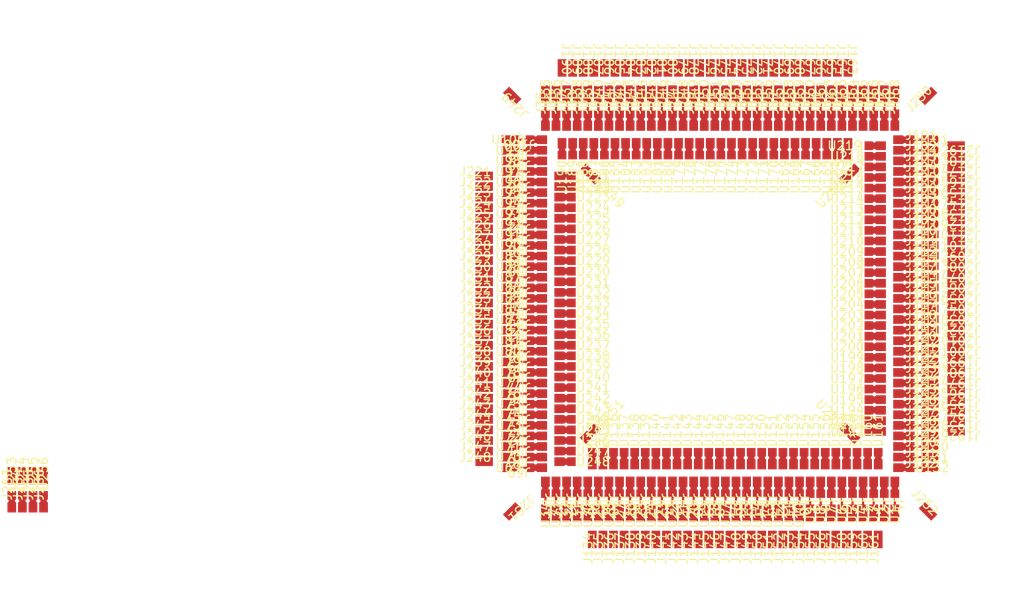
<source format=kicad_pcb>
(kicad_pcb (version 20211014) (generator pcbnew)
  (layers (0 "F.Cu" signal) (1 "In1.Cu" power "GND") (2 "In2.Cu" power "GND") (31 "B.Cu" signal) (34 "B.Paste" user) (35 "F.Paste" user) (36 "B.SilkS" user "B.Silkscreen") (37 "F.SilkS" user "F.Silkscreen") (38 "B.Mask" user) (39 "F.Mask" user) (44 "Edge.Cuts" user))
  (net 0 "")
  (net 1 "Net-(J1-Pad1)")
  (net 2 "Net-(J2-Pad1)")
  (net 3 "Net-(J3-Pad1)")
  (net 4 "Net-(J4-Pad1)")
  (net 5 "Net-(J5-Pad1)")
  (net 6 "Net-(J6-Pad1)")
  (net 7 "Net-(J7-Pad1)")
  (net 8 "Net-(J8-Pad1)")
  (net 9 "Net-(J9-Pad1)")
  (net 10 "Net-(J10-Pad1)")
  (net 11 "Net-(J11-Pad1)")
  (net 12 "Net-(J12-Pad1)")
  (net 13 "Net-(J13-Pad1)")
  (net 14 "Net-(J14-Pad1)")
  (net 15 "Net-(J15-Pad1)")
  (net 16 "Net-(J16-Pad1)")
  (net 17 "Net-(J17-Pad1)")
  (net 18 "Net-(J18-Pad1)")
  (net 19 "Net-(J19-Pad1)")
  (net 20 "Net-(J20-Pad1)")
  (net 21 "Net-(J21-Pad1)")
  (net 22 "Net-(J22-Pad1)")
  (net 23 "Net-(J23-Pad1)")
  (net 24 "Net-(J24-Pad1)")
  (net 25 "Net-(J25-Pad1)")
  (net 26 "Net-(J26-Pad1)")
  (net 27 "Net-(J27-Pad1)")
  (net 28 "Net-(J28-Pad1)")
  (net 29 "Net-(J29-Pad1)")
  (net 30 "Net-(J30-Pad1)")
  (net 31 "Net-(J31-Pad1)")
  (net 32 "Net-(J32-Pad1)")
  (net 33 "Net-(J33-Pad1)")
  (net 34 "Net-(J34-Pad1)")
  (net 35 "Net-(J35-Pad1)")
  (net 36 "Net-(J36-Pad1)")
  (net 37 "Net-(J37-Pad1)")
  (net 38 "Net-(J38-Pad1)")
  (net 39 "Net-(J39-Pad1)")
  (net 40 "Net-(J40-Pad1)")
  (net 41 "Net-(J41-Pad1)")
  (net 42 "Net-(J42-Pad1)")
  (net 43 "Net-(J43-Pad1)")
  (net 44 "Net-(J44-Pad1)")
  (net 45 "Net-(J45-Pad1)")
  (net 46 "Net-(J46-Pad1)")
  (net 47 "Net-(J47-Pad1)")
  (net 48 "Net-(J48-Pad1)")
  (net 49 "Net-(J49-Pad1)")
  (net 50 "Net-(J50-Pad1)")
  (net 51 "Net-(J51-Pad1)")
  (net 52 "Net-(J52-Pad1)")
  (net 53 "Net-(J53-Pad1)")
  (net 54 "Net-(J54-Pad1)")
  (net 55 "Net-(J55-Pad1)")
  (net 56 "Net-(J56-Pad1)")
  (net 57 "Net-(J57-Pad1)")
  (net 58 "Net-(J58-Pad1)")
  (net 59 "Net-(J59-Pad1)")
  (net 60 "Net-(J60-Pad1)")
  (net 61 "Net-(J61-Pad1)")
  (net 62 "Net-(J62-Pad1)")
  (net 63 "Net-(J63-Pad1)")
  (net 64 "Net-(J64-Pad1)")
  (net 65 "Net-(J65-Pad1)")
  (net 66 "Net-(J66-Pad1)")
  (net 67 "Net-(J67-Pad1)")
  (net 68 "Net-(J68-Pad1)")
  (net 69 "Net-(J69-Pad1)")
  (net 70 "Net-(J70-Pad1)")
  (net 71 "Net-(J71-Pad1)")
  (net 72 "Net-(J72-Pad1)")
  (net 73 "Net-(J73-Pad1)")
  (net 74 "Net-(J74-Pad1)")
  (net 75 "Net-(J75-Pad1)")
  (net 76 "Net-(J76-Pad1)")
  (net 77 "Net-(J77-Pad1)")
  (net 78 "Net-(J78-Pad1)")
  (net 79 "Net-(J79-Pad1)")
  (net 80 "Net-(J80-Pad1)")
  (net 81 "Net-(J81-Pad1)")
  (net 82 "Net-(J82-Pad1)")
  (net 83 "Net-(J83-Pad1)")
  (net 84 "Net-(J84-Pad1)")
  (net 85 "Net-(J85-Pad1)")
  (net 86 "Net-(J86-Pad1)")
  (net 87 "Net-(J87-Pad1)")
  (net 88 "Net-(J88-Pad1)")
  (net 89 "Net-(J89-Pad1)")
  (net 90 "Net-(J90-Pad1)")
  (net 91 "Net-(J91-Pad1)")
  (net 92 "Net-(J92-Pad1)")
  (net 93 "Net-(J93-Pad1)")
  (net 94 "Net-(J94-Pad1)")
  (net 95 "Net-(J95-Pad1)")
  (net 96 "Net-(J96-Pad1)")
  (net 97 "Net-(J97-Pad1)")
  (net 98 "Net-(J98-Pad1)")
  (net 99 "Net-(J99-Pad1)")
  (net 100 "Net-(J100-Pad1)")
  (net 101 "Net-(J101-Pad1)")
  (net 102 "Net-(J102-Pad1)")
  (net 103 "Net-(J103-Pad1)")
  (net 104 "Net-(J104-Pad1)")
  (net 105 "Net-(J105-Pad1)")
  (net 106 "Net-(J106-Pad1)")
  (net 107 "Net-(J107-Pad1)")
  (net 108 "Net-(J108-Pad1)")
  (net 109 "Net-(J109-Pad1)")
  (net 110 "Net-(J110-Pad1)")
  (net 111 "Net-(J111-Pad1)")
  (net 112 "Net-(J112-Pad1)")
  (net 113 "Net-(J113-Pad1)")
  (net 114 "Net-(J114-Pad1)")
  (net 115 "Net-(J115-Pad1)")
  (net 116 "Net-(J116-Pad1)")
  (net 117 "Net-(J117-Pad1)")
  (net 118 "Net-(J118-Pad1)")
  (net 119 "Net-(J119-Pad1)")
  (net 120 "Net-(J120-Pad1)")
  (net 121 "Net-(J129-Pad1)")
  (net 122 "Net-(J130-Pad1)")
  (net 123 "Net-(J131-Pad1)")
  (net 124 "Net-(J132-Pad1)")
  (footprint "1mm_x_1mm_solder_pad:1mm_x_1mm_solder_pad" (layer "F.Cu") (at 67.720001 28.35 -90)
    (fp_text reference "J190")
    (fp_text value "Conn_01x01_Male")
  )
  (footprint "TE_2329497-2:TE_2329497-2" (layer "F.Cu") (at 67.030001 41.71)
    (fp_text reference "U221")
    (fp_text value "2329497-2")
  )
  (footprint "1mm_x_1mm_solder_pad:1mm_x_1mm_solder_pad" (layer "F.Cu") (at 57.820001 74.379999)
    (fp_text reference "J248")
    (fp_text value "Conn_01x01_Male")
  )
  (footprint "TE_2329497-2:TE_2329497-2" (layer "F.Cu") (at 104.540001 55.19 180)
    (fp_text reference "U205")
    (fp_text value "2329497-2")
  )
  (footprint "1mm_x_1mm_solder_pad:1mm_x_1mm_solder_pad" (layer "F.Cu") (at 7.26 77 90)
    (fp_text reference "J255")
    (fp_text value "Conn_01x01_Male")
  )
  (footprint "1mm_x_1mm_solder_pad:1mm_x_1mm_solder_pad" (layer "F.Cu") (at 90.540001 84.28 90)
    (fp_text reference "J150")
    (fp_text value "Conn_01x01_Male")
  )
  (footprint "TE_2329497-2:TE_2329497-2" (layer "F.Cu") (at 73.080001 76.28 -90)
    (fp_text reference "U28")
    (fp_text value "2329497-2")
  )
  (footprint "TE_2329497-2:TE_2329497-2" (layer "F.Cu") (at 70.660001 76.28 -90)
    (fp_text reference "U30")
    (fp_text value "2329497-2")
  )
  (footprint "TE_2329497-2:TE_2329497-2" (layer "F.Cu") (at 80.860001 75.07 90)
    (fp_text reference "U142")
    (fp_text value "2329497-2")
  )
  (footprint "1mm_x_1mm_solder_pad:1mm_x_1mm_solder_pad" (layer "F.Cu") (at 65.820001 79.28 -90)
    (fp_text reference "J34")
    (fp_text value "Conn_01x01_Male")
  )
  (footprint "TE_2329497-2:TE_2329497-2" (layer "F.Cu") (at 92.960001 75.07 90)
    (fp_text reference "U152")
    (fp_text value "2329497-2")
  )
  (footprint "TE_2329497-2:TE_2329497-2" (layer "F.Cu") (at 70.660001 36.35 90)
    (fp_text reference "U39")
    (fp_text value "2329497-2")
  )
  (footprint "1mm_x_1mm_solder_pad:1mm_x_1mm_solder_pad" (layer "F.Cu") (at 113.750001 46.719999 180)
    (fp_text reference "J212")
    (fp_text value "Conn_01x01_Male")
  )
  (footprint "TE_2329497-2:TE_2329497-2" (layer "F.Cu") (at 89.330001 75.07 90)
    (fp_text reference "U149")
    (fp_text value "2329497-2")
  )
  (footprint "TE_2329497-2:TE_2329497-2" (layer "F.Cu") (at 65.820001 76.28 -90)
    (fp_text reference "U34")
    (fp_text value "2329497-2")
  )
  (footprint "1mm_x_1mm_solder_pad:1mm_x_1mm_solder_pad" (layer "F.Cu") (at 113.750001 61.239999 180)
    (fp_text reference "J200")
    (fp_text value "Conn_01x01_Male")
  )
  (footprint "TE_2329497-2:TE_2329497-2" (layer "F.Cu") (at 89.5 37.56 -90)
    (fp_text reference "U172")
    (fp_text value "2329497-2")
  )
  (footprint "TE_2329497-2:TE_2329497-2" (layer "F.Cu") (at 104.540001 76.28 -90)
    (fp_text reference "U2")
    (fp_text value "2329497-2")
  )
  (footprint "1mm_x_1mm_solder_pad:1mm_x_1mm_solder_pad" (layer "F.Cu") (at 57.820001 45.34)
    (fp_text reference "J224")
    (fp_text value "Conn_01x01_Male")
  )
  (footprint "1mm_x_1mm_solder_pad:1mm_x_1mm_solder_pad" (layer "F.Cu") (at 108.750001 73.86)
    (fp_text reference "J131")
    (fp_text value "Conn_01x01_Male")
  )
  (footprint "TE_2329497-2:TE_2329497-2" (layer "F.Cu") (at 105.750001 73.86)
    (fp_text reference "U131")
    (fp_text value "2329497-2")
  )
  (footprint "1mm_x_1mm_solder_pad:1mm_x_1mm_solder_pad" (layer "F.Cu") (at 77.920001 33.35 90)
    (fp_text reference "J45")
    (fp_text value "Conn_01x01_Male")
  )
  (footprint "1mm_x_1mm_solder_pad:1mm_x_1mm_solder_pad" (layer "F.Cu") (at 57.820001 56.23)
    (fp_text reference "J233")
    (fp_text value "Conn_01x01_Male")
  )
  (footprint "1mm_x_1mm_solder_pad:1mm_x_1mm_solder_pad" (layer "F.Cu") (at 82.24 28.35 -90)
    (fp_text reference "J178")
    (fp_text value "Conn_01x01_Male")
  )
  (footprint "TE_2329497-2:TE_2329497-2" (layer "F.Cu") (at 67.030001 58.65)
    (fp_text reference "U235")
    (fp_text value "2329497-2")
  )
  (footprint "TE_2329497-2:TE_2329497-2" (layer "F.Cu") (at 105.750001 54.499999)
    (fp_text reference "U115")
    (fp_text value "2329497-2")
  )
  (footprint "1mm_x_1mm_solder_pad:1mm_x_1mm_solder_pad" (layer "F.Cu") (at 73.600001 84.28 90)
    (fp_text reference "J136")
    (fp_text value "Conn_01x01_Male")
  )
  (footprint "1mm_x_1mm_solder_pad:1mm_x_1mm_solder_pad" (layer "F.Cu") (at 73.77 28.35 -90)
    (fp_text reference "J185")
    (fp_text value "Conn_01x01_Male")
  )
  (footprint "1mm_x_1mm_solder_pad:1mm_x_1mm_solder_pad" (layer "F.Cu") (at 57.820001 41.71)
    (fp_text reference "J221")
    (fp_text value "Conn_01x01_Male")
  )
  (footprint "TE_2329497-2:TE_2329497-2" (layer "F.Cu") (at 104.540001 70.919999 180)
    (fp_text reference "U192")
    (fp_text value "2329497-2")
  )
  (footprint "1mm_x_1mm_solder_pad:1mm_x_1mm_solder_pad" (layer "F.Cu") (at 57.820001 47.76)
    (fp_text reference "J226")
    (fp_text value "Conn_01x01_Male")
  )
  (footprint "1mm_x_1mm_solder_pad:1mm_x_1mm_solder_pad" (layer "F.Cu") (at 57.820001 71.96)
    (fp_text reference "J246")
    (fp_text value "Conn_01x01_Male")
  )
  (footprint "TE_2329497-2:TE_2329497-2" (layer "F.Cu") (at 83.970001 76.28 -90)
    (fp_text reference "U19")
    (fp_text value "2329497-2")
  )
  (footprint "1mm_x_1mm_solder_pad:1mm_x_1mm_solder_pad" (layer "F.Cu") (at 4.84 77 90)
    (fp_text reference "J253")
    (fp_text value "Conn_01x01_Male")
  )
  (footprint "1mm_x_1mm_solder_pad:1mm_x_1mm_solder_pad" (layer "F.Cu") (at 85.87 28.35 -90)
    (fp_text reference "J175")
    (fp_text value "Conn_01x01_Male")
  )
  (footprint "1mm_x_1mm_solder_pad:1mm_x_1mm_solder_pad" (layer "F.Cu") (at 92.44 33.35 90)
    (fp_text reference "J57")
    (fp_text value "Conn_01x01_Male")
  )
  (footprint "1mm_x_1mm_solder_pad:1mm_x_1mm_solder_pad" (layer "F.Cu") (at 57.820001 55.02)
    (fp_text reference "J232")
    (fp_text value "Conn_01x01_Male")
  )
  (footprint "TE_2329497-2:TE_2329497-2" (layer "F.Cu") (at 88.290001 37.56 -90)
    (fp_text reference "U173")
    (fp_text value "2329497-2")
  )
  (footprint "1mm_x_1mm_solder_pad:1mm_x_1mm_solder_pad" (layer "F.Cu") (at 57.820001 58.65)
    (fp_text reference "J235")
    (fp_text value "Conn_01x01_Male")
  )
  (footprint "TE_2329497-2:TE_2329497-2" (layer "F.Cu") (at 71.180001 75.07 90)
    (fp_text reference "U134")
    (fp_text value "2329497-2")
  )
  (footprint "TE_2329497-2:TE_2329497-2" (layer "F.Cu") (at 74.980001 37.56 -90)
    (fp_text reference "U184")
    (fp_text value "2329497-2")
  )
  (footprint "1mm_x_1mm_solder_pad:1mm_x_1mm_solder_pad" (layer "F.Cu") (at 57.820001 67.119999)
    (fp_text reference "J242")
    (fp_text value "Conn_01x01_Male")
  )
  (footprint "1mm_x_1mm_solder_pad:1mm_x_1mm_solder_pad" (layer "F.Cu") (at 91.92 28.35 -90)
    (fp_text reference "J170")
    (fp_text value "Conn_01x01_Male")
  )
  (footprint "1mm_x_1mm_solder_pad:1mm_x_1mm_solder_pad" (layer "F.Cu") (at 104.540001 33.35 90)
    (fp_text reference "J67")
    (fp_text value "Conn_01x01_Male")
  )
  (footprint "1mm_x_1mm_solder_pad:1mm_x_1mm_solder_pad" (layer "F.Cu") (at 105.750001 33.35 90)
    (fp_text reference "J68")
    (fp_text value "Conn_01x01_Male")
  )
  (footprint "TE_2329497-2:TE_2329497-2" (layer "F.Cu") (at 67.030001 67.119999)
    (fp_text reference "U242")
    (fp_text value "2329497-2")
  )
  (footprint "1mm_x_1mm_solder_pad:1mm_x_1mm_solder_pad" (layer "F.Cu") (at 8.469999 77 90)
    (fp_text reference "J256")
    (fp_text value "Conn_01x01_Male")
  )
  (footprint "TE_2329497-2:TE_2329497-2" (layer "F.Cu") (at 105.750001 62.97)
    (fp_text reference "U122")
    (fp_text value "2329497-2")
  )
  (footprint "TE_2329497-2:TE_2329497-2" (layer "F.Cu") (at 105.750001 75.07)
    (fp_text reference "U132")
    (fp_text value "2329497-2")
  )
  (footprint "TE_2329497-2:TE_2329497-2" (layer "F.Cu") (at 65.820001 36.35 90)
    (fp_text reference "U35")
    (fp_text value "2329497-2")
  )
  (footprint "TE_2329497-2:TE_2329497-2" (layer "F.Cu") (at 87.600001 76.28 -90)
    (fp_text reference "U16")
    (fp_text value "2329497-2")
  )
  (footprint "TE_2329497-2:TE_2329497-2" (layer "F.Cu") (at 65.820001 50.87 180)
    (fp_text reference "U89")
    (fp_text value "2329497-2")
  )
  (footprint "1mm_x_1mm_solder_pad:1mm_x_1mm_solder_pad" (layer "F.Cu") (at 102.120001 79.28 -90)
    (fp_text reference "J4")
    (fp_text value "Conn_01x01_Male")
  )
  (footprint "1mm_x_1mm_solder_pad:1mm_x_1mm_solder_pad" (layer "F.Cu") (at 85.180001 79.28 -90)
    (fp_text reference "J18")
    (fp_text value "Conn_01x01_Male")
  )
  (footprint "TE_2329497-2:TE_2329497-2" (layer "F.Cu") (at 104.540001 40.669999 180)
    (fp_text reference "U217")
    (fp_text value "2329497-2")
  )
  (footprint "TE_2329497-2:TE_2329497-2" (layer "F.Cu") (at 85.700001 75.07 90)
    (fp_text reference "U146")
    (fp_text value "2329497-2")
  )
  (footprint "1mm_x_1mm_solder_pad:1mm_x_1mm_solder_pad" (layer "F.Cu") (at 89.5 28.35 -90)
    (fp_text reference "J172")
    (fp_text value "Conn_01x01_Male")
  )
  (footprint "1mm_x_1mm_solder_pad:1mm_x_1mm_solder_pad" (layer "F.Cu") (at 69.450001 79.28 -90)
    (fp_text reference "J31")
    (fp_text value "Conn_01x01_Male")
  )
  (footprint "1mm_x_1mm_solder_pad:1mm_x_1mm_solder_pad" (layer "F.Cu") (at 62.820001 42.4 180)
    (fp_text reference "J96")
    (fp_text value "Conn_01x01_Male")
  )
  (footprint "1mm_x_1mm_solder_pad:1mm_x_1mm_solder_pad" (layer "F.Cu") (at 62.820001 47.24 180)
    (fp_text reference "J92")
    (fp_text value "Conn_01x01_Male")
  )
  (footprint "TE_2329497-2:TE_2329497-2" (layer "F.Cu") (at 67.030001 47.76)
    (fp_text reference "U226")
    (fp_text value "2329497-2")
  )
  (footprint "1mm_x_1mm_solder_pad:1mm_x_1mm_solder_pad" (layer "F.Cu") (at 108.750001 72.65)
    (fp_text reference "J130")
    (fp_text value "Conn_01x01_Male")
  )
  (footprint "1mm_x_1mm_solder_pad:1mm_x_1mm_solder_pad" (layer "F.Cu") (at 72.390001 84.28 90)
    (fp_text reference "J135")
    (fp_text value "Conn_01x01_Male")
  )
  (footprint "TE_2329497-2:TE_2329497-2" (layer "F.Cu") (at 84.660001 37.56 -90)
    (fp_text reference "U176")
    (fp_text value "2329497-2")
  )
  (footprint "1mm_x_1mm_solder_pad:1mm_x_1mm_solder_pad" (layer "F.Cu") (at 79.130002 79.28 -90)
    (fp_text reference "J23")
    (fp_text value "Conn_01x01_Male")
  )
  (footprint "TE_2329497-2:TE_2329497-2" (layer "F.Cu") (at 77.4 37.56 -90)
    (fp_text reference "U182")
    (fp_text value "2329497-2")
  )
  (footprint "TE_2329497-2:TE_2329497-2" (layer "F.Cu") (at 105.750001 43.61)
    (fp_text reference "U106")
    (fp_text value "2329497-2")
  )
  (footprint "1mm_x_1mm_solder_pad:1mm_x_1mm_solder_pad" (layer "F.Cu") (at 113.750001 45.51 180)
    (fp_text reference "J213")
    (fp_text value "Conn_01x01_Male")
  )
  (footprint "TE_2329497-2:TE_2329497-2" (layer "F.Cu") (at 65.820001 67.81 180)
    (fp_text reference "U75")
    (fp_text value "2329497-2")
  )
  (footprint "TE_2329497-2:TE_2329497-2" (layer "F.Cu") (at 93.130001 37.56 -90)
    (fp_text reference "U169")
    (fp_text value "2329497-2")
  )
  (footprint "TE_2329497-2:TE_2329497-2" (layer "F.Cu") (at 102.120001 36.35 90)
    (fp_text reference "U65")
    (fp_text value "2329497-2")
  )
  (footprint "1mm_x_1mm_solder_pad:1mm_x_1mm_solder_pad" (layer "F.Cu") (at 113.750001 55.19 180)
    (fp_text reference "J205")
    (fp_text value "Conn_01x01_Male")
  )
  (footprint "1mm_x_1mm_solder_pad:1mm_x_1mm_solder_pad" (layer "F.Cu") (at 57.820001 64.7)
    (fp_text reference "J240")
    (fp_text value "Conn_01x01_Male")
  )
  (footprint "TE_2329497-2:TE_2329497-2" (layer "F.Cu") (at 76.710001 76.28 -90)
    (fp_text reference "U25")
    (fp_text value "2329497-2")
  )
  (footprint "1mm_x_1mm_solder_pad:1mm_x_1mm_solder_pad" (layer "F.Cu") (at 76.020001 84.28 90)
    (fp_text reference "J138")
    (fp_text value "Conn_01x01_Male")
  )
  (footprint "TE_2329497-2:TE_2329497-2" (layer "F.Cu") (at 80.340001 76.28 -90)
    (fp_text reference "U22")
    (fp_text value "2329497-2")
  )
  (footprint "TE_2329497-2:TE_2329497-2" (layer "F.Cu") (at 65.820001 73.86 180)
    (fp_text reference "U70")
    (fp_text value "2329497-2")
  )
  (footprint "1mm_x_1mm_solder_pad:1mm_x_1mm_solder_pad" (layer "F.Cu") (at 84.490001 84.28 90)
    (fp_text reference "J145")
    (fp_text value "Conn_01x01_Male")
  )
  (footprint "TE_2329497-2:TE_2329497-2" (layer "F.Cu") (at 65.820001 39.98 180)
    (fp_text reference "U98")
    (fp_text value "2329497-2")
  )
  (footprint "1mm_x_1mm_solder_pad:1mm_x_1mm_solder_pad" (layer "F.Cu") (at 62.820001 60.55 180)
    (fp_text reference "J81")
    (fp_text value "Conn_01x01_Male")
  )
  (footprint "1mm_x_1mm_solder_pad:1mm_x_1mm_solder_pad" (layer "F.Cu") (at 62.730001 79.37 -135)
    (fp_text reference "J251")
    (fp_text value "Conn_01x01_Male")
  )
  (footprint "1mm_x_1mm_solder_pad:1mm_x_1mm_solder_pad" (layer "F.Cu") (at 94.170001 84.28 90)
    (fp_text reference "J153")
    (fp_text value "Conn_01x01_Male")
  )
  (footprint "TE_2329497-2:TE_2329497-2" (layer "F.Cu") (at 77.230001 75.07 90)
    (fp_text reference "U139")
    (fp_text value "2329497-2")
  )
  (footprint "TE_2329497-2:TE_2329497-2" (layer "F.Cu") (at 73.600001 75.07 90)
    (fp_text reference "U136")
    (fp_text value "2329497-2")
  )
  (footprint "1mm_x_1mm_solder_pad:1mm_x_1mm_solder_pad" (layer "F.Cu") (at 62.820001 67.81 180)
    (fp_text reference "J75")
    (fp_text value "Conn_01x01_Male")
  )
  (footprint "TE_2329497-2:TE_2329497-2" (layer "F.Cu") (at 85.180001 36.35 90)
    (fp_text reference "U51")
    (fp_text value "2329497-2")
  )
  (footprint "1mm_x_1mm_solder_pad:1mm_x_1mm_solder_pad" (layer "F.Cu") (at 88.120001 84.28 90)
    (fp_text reference "J148")
    (fp_text value "Conn_01x01_Male")
  )
  (footprint "1mm_x_1mm_solder_pad:1mm_x_1mm_solder_pad" (layer "F.Cu") (at 113.750001 56.399999 180)
    (fp_text reference "J204")
    (fp_text value "Conn_01x01_Male")
  )
  (footprint "TE_2329497-2:TE_2329497-2" (layer "F.Cu") (at 67.030001 50.18)
    (fp_text reference "U228")
    (fp_text value "2329497-2")
  )
  (footprint "1mm_x_1mm_solder_pad:1mm_x_1mm_solder_pad" (layer "F.Cu") (at 113.750001 50.349999 180)
    (fp_text reference "J209")
    (fp_text value "Conn_01x01_Male")
  )
  (footprint "TE_2329497-2:TE_2329497-2" (layer "F.Cu") (at 65.820001 62.97 180)
    (fp_text reference "U79")
    (fp_text value "2329497-2")
  )
  (footprint "TE_2329497-2:TE_2329497-2" (layer "F.Cu") (at 75.500001 36.35 90)
    (fp_text reference "U43")
    (fp_text value "2329497-2")
  )
  (footprint "1mm_x_1mm_solder_pad:1mm_x_1mm_solder_pad" (layer "F.Cu") (at 6.05 77 90)
    (fp_text reference "J254")
    (fp_text value "Conn_01x01_Male")
  )
  (footprint "1mm_x_1mm_solder_pad:1mm_x_1mm_solder_pad" (layer "F.Cu") (at 62.820001 58.130001 180)
    (fp_text reference "J83")
    (fp_text value "Conn_01x01_Male")
  )
  (footprint "TE_2329497-2:TE_2329497-2" (layer "F.Cu") (at 91.230001 36.35 90)
    (fp_text reference "U56")
    (fp_text value "2329497-2")
  )
  (footprint "1mm_x_1mm_solder_pad:1mm_x_1mm_solder_pad" (layer "F.Cu") (at 113.750001 53.979999 180)
    (fp_text reference "J206")
    (fp_text value "Conn_01x01_Male")
  )
  (footprint "TE_2329497-2:TE_2329497-2" (layer "F.Cu") (at 93.650001 36.35 90)
    (fp_text reference "U58")
    (fp_text value "2329497-2")
  )
  (footprint "TE_2329497-2:TE_2329497-2" (layer "F.Cu") (at 105.750001 48.45)
    (fp_text reference "U110")
    (fp_text value "2329497-2")
  )
  (footprint "TE_2329497-2:TE_2329497-2" (layer "F.Cu") (at 105.750001 61.76)
    (fp_text reference "U121")
    (fp_text value "2329497-2")
  )
  (footprint "TE_2329497-2:TE_2329497-2" (layer "F.Cu") (at 65.820001 42.4 180)
    (fp_text reference "U96")
    (fp_text value "2329497-2")
  )
  (footprint "TE_2329497-2:TE_2329497-2" (layer "F.Cu") (at 67.030001 62.28)
    (fp_text reference "U238")
    (fp_text value "2329497-2")
  )
  (footprint "TE_2329497-2:TE_2329497-2" (layer "F.Cu") (at 65.820001 72.65 180)
    (fp_text reference "U71")
    (fp_text value "2329497-2")
  )
  (footprint "1mm_x_1mm_solder_pad:1mm_x_1mm_solder_pad" (layer "F.Cu") (at 93.650001 33.35 90)
    (fp_text reference "J58")
    (fp_text value "Conn_01x01_Male")
  )
  (footprint "TE_2329497-2:TE_2329497-2" (layer "F.Cu") (at 65.820001 66.600001 180)
    (fp_text reference "U76")
    (fp_text value "2329497-2")
  )
  (footprint "1mm_x_1mm_solder_pad:1mm_x_1mm_solder_pad" (layer "F.Cu") (at 88.290001 28.35 -90)
    (fp_text reference "J173")
    (fp_text value "Conn_01x01_Male")
  )
  (footprint "TE_2329497-2:TE_2329497-2" (layer "F.Cu") (at 70.230001 71.87 45)
    (fp_text reference "U251")
    (fp_text value "2329497-2")
  )
  (footprint "1mm_x_1mm_solder_pad:1mm_x_1mm_solder_pad" (layer "F.Cu") (at 113.750001 57.609999 180)
    (fp_text reference "J203")
    (fp_text value "Conn_01x01_Male")
  )
  (footprint "TE_2329497-2:TE_2329497-2" (layer "F.Cu") (at 65.820001 70.23 180)
    (fp_text reference "U73")
    (fp_text value "2329497-2")
  )
  (footprint "1mm_x_1mm_solder_pad:1mm_x_1mm_solder_pad" (layer "F.Cu") (at 82.070001 84.28 90)
    (fp_text reference "J143")
    (fp_text value "Conn_01x01_Male")
  )
  (footprint "TE_2329497-2:TE_2329497-2" (layer "F.Cu") (at 67.030001 63.49)
    (fp_text reference "U239")
    (fp_text value "2329497-2")
  )
  (footprint "1mm_x_1mm_solder_pad:1mm_x_1mm_solder_pad" (layer "F.Cu") (at 94.860001 79.28 -90)
    (fp_text reference "J10")
    (fp_text value "Conn_01x01_Male")
  )
  (footprint "1mm_x_1mm_solder_pad:1mm_x_1mm_solder_pad" (layer "F.Cu") (at 100.39 28.35 -90)
    (fp_text reference "J163")
    (fp_text value "Conn_01x01_Male")
  )
  (footprint "1mm_x_1mm_solder_pad:1mm_x_1mm_solder_pad" (layer "F.Cu") (at 86.390001 79.28 -90)
    (fp_text reference "J17")
    (fp_text value "Conn_01x01_Male")
  )
  (footprint "TE_2329497-2:TE_2329497-2" (layer "F.Cu") (at 70.14 37.56 -90)
    (fp_text reference "U188")
    (fp_text value "2329497-2")
  )
  (footprint "1mm_x_1mm_solder_pad:1mm_x_1mm_solder_pad" (layer "F.Cu") (at 57.820001 70.75)
    (fp_text reference "J245")
    (fp_text value "Conn_01x01_Male")
  )
  (footprint "TE_2329497-2:TE_2329497-2" (layer "F.Cu") (at 101.34 71.87 135)
    (fp_text reference "U252")
    (fp_text value "2329497-2")
  )
  (footprint "1mm_x_1mm_solder_pad:1mm_x_1mm_solder_pad" (layer "F.Cu") (at 108.750001 49.66)
    (fp_text reference "J111")
    (fp_text value "Conn_01x01_Male")
  )
  (footprint "1mm_x_1mm_solder_pad:1mm_x_1mm_solder_pad" (layer "F.Cu") (at 62.820001 59.34 180)
    (fp_text reference "J82")
    (fp_text value "Conn_01x01_Male")
  )
  (footprint "1mm_x_1mm_solder_pad:1mm_x_1mm_solder_pad" (layer "F.Cu") (at 99.7 33.35 90)
    (fp_text reference "J63")
    (fp_text value "Conn_01x01_Male")
  )
  (footprint "TE_2329497-2:TE_2329497-2" (layer "F.Cu") (at 94.170001 75.07 90)
    (fp_text reference "U153")
    (fp_text value "2329497-2")
  )
  (footprint "TE_2329497-2:TE_2329497-2" (layer "F.Cu") (at 67.030001 69.54)
    (fp_text reference "U244")
    (fp_text value "2329497-2")
  )
  (footprint "1mm_x_1mm_solder_pad:1mm_x_1mm_solder_pad" (layer "F.Cu") (at 62.820001 37.56 180)
    (fp_text reference "J100")
    (fp_text value "Conn_01x01_Male")
  )
  (footprint "1mm_x_1mm_solder_pad:1mm_x_1mm_solder_pad" (layer "F.Cu") (at 83.970001 79.28 -90)
    (fp_text reference "J19")
    (fp_text value "Conn_01x01_Male")
  )
  (footprint "TE_2329497-2:TE_2329497-2" (layer "F.Cu") (at 79.650001 75.07 90)
    (fp_text reference "U141")
    (fp_text value "2329497-2")
  )
  (footprint "1mm_x_1mm_solder_pad:1mm_x_1mm_solder_pad" (layer "F.Cu") (at 80.340001 79.28 -90)
    (fp_text reference "J22")
    (fp_text value "Conn_01x01_Male")
  )
  (footprint "TE_2329497-2:TE_2329497-2" (layer "F.Cu") (at 105.750001 39.98)
    (fp_text reference "U103")
    (fp_text value "2329497-2")
  )
  (footprint "1mm_x_1mm_solder_pad:1mm_x_1mm_solder_pad" (layer "F.Cu") (at 113.750001 60.029999 180)
    (fp_text reference "J201")
    (fp_text value "Conn_01x01_Male")
  )
  (footprint "TE_2329497-2:TE_2329497-2" (layer "F.Cu") (at 83.28 75.07 90)
    (fp_text reference "U144")
    (fp_text value "2329497-2")
  )
  (footprint "1mm_x_1mm_solder_pad:1mm_x_1mm_solder_pad" (layer "F.Cu") (at 81.03 28.35 -90)
    (fp_text reference "J179")
    (fp_text value "Conn_01x01_Male")
  )
  (footprint "1mm_x_1mm_solder_pad:1mm_x_1mm_solder_pad" (layer "F.Cu") (at 108.750001 42.4)
    (fp_text reference "J105")
    (fp_text value "Conn_01x01_Male")
  )
  (footprint "1mm_x_1mm_solder_pad:1mm_x_1mm_solder_pad" (layer "F.Cu") (at 108.750001 39.98)
    (fp_text reference "J103")
    (fp_text value "Conn_01x01_Male")
  )
  (footprint "1mm_x_1mm_solder_pad:1mm_x_1mm_solder_pad" (layer "F.Cu") (at 113.750001 58.82 180)
    (fp_text reference "J202")
    (fp_text value "Conn_01x01_Male")
  )
  (footprint "1mm_x_1mm_solder_pad:1mm_x_1mm_solder_pad" (layer "F.Cu") (at 67.030001 79.28 -90)
    (fp_text reference "J33")
    (fp_text value "Conn_01x01_Male")
  )
  (footprint "TE_2329497-2:TE_2329497-2" (layer "F.Cu") (at 105.750001 46.029999)
    (fp_text reference "U108")
    (fp_text value "2329497-2")
  )
  (footprint "TE_2329497-2:TE_2329497-2" (layer "F.Cu") (at 105.750001 42.4)
    (fp_text reference "U105")
    (fp_text value "2329497-2")
  )
  (footprint "1mm_x_1mm_solder_pad:1mm_x_1mm_solder_pad" (layer "F.Cu") (at 62.820001 61.760001 180)
    (fp_text reference "J80")
    (fp_text value "Conn_01x01_Male")
  )
  (footprint "1mm_x_1mm_solder_pad:1mm_x_1mm_solder_pad" (layer "F.Cu") (at 94.860001 33.35 90)
    (fp_text reference "J59")
    (fp_text value "Conn_01x01_Male")
  )
  (footprint "1mm_x_1mm_solder_pad:1mm_x_1mm_solder_pad" (layer "F.Cu") (at 90.020001 33.35 90)
    (fp_text reference "J55")
    (fp_text value "Conn_01x01_Male")
  )
  (footprint "TE_2329497-2:TE_2329497-2" (layer "F.Cu") (at 98.490001 76.28 -90)
    (fp_text reference "U7")
    (fp_text value "2329497-2")
  )
  (footprint "TE_2329497-2:TE_2329497-2" (layer "F.Cu") (at 68.93 37.56 -90)
    (fp_text reference "U189")
    (fp_text value "2329497-2")
  )
  (footprint "TE_2329497-2:TE_2329497-2" (layer "F.Cu") (at 104.540001 51.559999 180)
    (fp_text reference "U208")
    (fp_text value "2329497-2")
  )
  (footprint "TE_2329497-2:TE_2329497-2" (layer "F.Cu") (at 76.710001 36.35 90)
    (fp_text reference "U44")
    (fp_text value "2329497-2")
  )
  (footprint "1mm_x_1mm_solder_pad:1mm_x_1mm_solder_pad" (layer "F.Cu") (at 62.820001 41.190001 180)
    (fp_text reference "J97")
    (fp_text value "Conn_01x01_Male")
  )
  (footprint "1mm_x_1mm_solder_pad:1mm_x_1mm_solder_pad" (layer "F.Cu") (at 108.750001 60.55)
    (fp_text reference "J120")
    (fp_text value "Conn_01x01_Male")
  )
  (footprint "TE_2329497-2:TE_2329497-2" (layer "F.Cu") (at 105.750001 52.08)
    (fp_text reference "U113")
    (fp_text value "2329497-2")
  )
  (footprint "TE_2329497-2:TE_2329497-2" (layer "F.Cu") (at 86.390001 76.28 -90)
    (fp_text reference "U17")
    (fp_text value "2329497-2")
  )
  (footprint "1mm_x_1mm_solder_pad:1mm_x_1mm_solder_pad" (layer "F.Cu") (at 113.750001 62.449999 180)
    (fp_text reference "J199")
    (fp_text value "Conn_01x01_Male")
  )
  (footprint "TE_2329497-2:TE_2329497-2" (layer "F.Cu") (at 90.020001 76.28 -90)
    (fp_text reference "U14")
    (fp_text value "2329497-2")
  )
  (footprint "TE_2329497-2:TE_2329497-2" (layer "F.Cu") (at 105.750001 56.92)
    (fp_text reference "U117")
    (fp_text value "2329497-2")
  )
  (footprint "1mm_x_1mm_solder_pad:1mm_x_1mm_solder_pad" (layer "F.Cu") (at 113.750001 63.66 180)
    (fp_text reference "J198")
    (fp_text value "Conn_01x01_Male")
  )
  (footprint "1mm_x_1mm_solder_pad:1mm_x_1mm_solder_pad" (layer "F.Cu") (at 97.800001 84.28 90)
    (fp_text reference "J156")
    (fp_text value "Conn_01x01_Male")
  )
  (footprint "1mm_x_1mm_solder_pad:1mm_x_1mm_solder_pad" (layer "F.Cu") (at 113.750001 52.769999 180)
    (fp_text reference "J207")
    (fp_text value "Conn_01x01_Male")
  )
  (footprint "1mm_x_1mm_solder_pad:1mm_x_1mm_solder_pad" (layer "F.Cu") (at 92.960001 84.28 90)
    (fp_text reference "J152")
    (fp_text value "Conn_01x01_Male")
  )
  (footprint "TE_2329497-2:TE_2329497-2" (layer "F.Cu") (at 65.820001 60.55 180)
    (fp_text reference "U81")
    (fp_text value "2329497-2")
  )
  (footprint "1mm_x_1mm_solder_pad:1mm_x_1mm_solder_pad" (layer "F.Cu") (at 97.280001 33.35 90)
    (fp_text reference "J61")
    (fp_text value "Conn_01x01_Male")
  )
  (footprint "1mm_x_1mm_solder_pad:1mm_x_1mm_solder_pad" (layer "F.Cu") (at 108.750001 56.92)
    (fp_text reference "J117")
    (fp_text value "Conn_01x01_Male")
  )
  (footprint "TE_2329497-2:TE_2329497-2" (layer "F.Cu") (at 82.24 37.56 -90)
    (fp_text reference "U178")
    (fp_text value "2329497-2")
  )
  (footprint "1mm_x_1mm_solder_pad:1mm_x_1mm_solder_pad" (layer "F.Cu") (at 76.710001 79.28 -90)
    (fp_text reference "J25")
    (fp_text value "Conn_01x01_Male")
  )
  (footprint "1mm_x_1mm_solder_pad:1mm_x_1mm_solder_pad" (layer "F.Cu") (at 77.4 28.35 -90)
    (fp_text reference "J182")
    (fp_text value "Conn_01x01_Male")
  )
  (footprint "TE_2329497-2:TE_2329497-2" (layer "F.Cu") (at 100.910001 76.28 -90)
    (fp_text reference "U5")
    (fp_text value "2329497-2")
  )
  (footprint "1mm_x_1mm_solder_pad:1mm_x_1mm_solder_pad" (layer "F.Cu") (at 68.240001 79.28 -90)
    (fp_text reference "J32")
    (fp_text value "Conn_01x01_Male")
  )
  (footprint "1mm_x_1mm_solder_pad:1mm_x_1mm_solder_pad" (layer "F.Cu") (at 62.820001 64.18 180)
    (fp_text reference "J78")
    (fp_text value "Conn_01x01_Male")
  )
  (footprint "1mm_x_1mm_solder_pad:1mm_x_1mm_solder_pad" (layer "F.Cu") (at 108.750001 48.45)
    (fp_text reference "J110")
    (fp_text value "Conn_01x01_Male")
  )
  (footprint "TE_2329497-2:TE_2329497-2" (layer "F.Cu") (at 67.030001 76.28 -90)
    (fp_text reference "U33")
    (fp_text value "2329497-2")
  )
  (footprint "1mm_x_1mm_solder_pad:1mm_x_1mm_solder_pad" (layer "F.Cu") (at 78.44 84.28 90)
    (fp_text reference "J140")
    (fp_text value "Conn_01x01_Male")
  )
  (footprint "TE_2329497-2:TE_2329497-2" (layer "F.Cu") (at 96.070001 36.35 90)
    (fp_text reference "U60")
    (fp_text value "2329497-2")
  )
  (footprint "TE_2329497-2:TE_2329497-2" (layer "F.Cu") (at 65.820001 56.92 180)
    (fp_text reference "U84")
    (fp_text value "2329497-2")
  )
  (footprint "1mm_x_1mm_solder_pad:1mm_x_1mm_solder_pad" (layer "F.Cu") (at 104.540001 79.28 -90)
    (fp_text reference "J2")
    (fp_text value "Conn_01x01_Male")
  )
  (footprint "1mm_x_1mm_solder_pad:1mm_x_1mm_solder_pad" (layer "F.Cu") (at 99.700001 79.28 -90)
    (fp_text reference "J6")
    (fp_text value "Conn_01x01_Male")
  )
  (footprint "1mm_x_1mm_solder_pad:1mm_x_1mm_solder_pad" (layer "F.Cu") (at 62.820001 65.39 180)
    (fp_text reference "J77")
    (fp_text value "Conn_01x01_Male")
  )
  (footprint "1mm_x_1mm_solder_pad:1mm_x_1mm_solder_pad" (layer "F.Cu") (at 76.710001 33.35 90)
    (fp_text reference "J44")
    (fp_text value "Conn_01x01_Male")
  )
  (footprint "TE_2329497-2:TE_2329497-2" (layer "F.Cu") (at 90.540001 75.07 90)
    (fp_text reference "U150")
    (fp_text value "2329497-2")
  )
  (footprint "TE_2329497-2:TE_2329497-2" (layer "F.Cu") (at 81.550001 36.35 90)
    (fp_text reference "U48")
    (fp_text value "2329497-2")
  )
  (footprint "1mm_x_1mm_solder_pad:1mm_x_1mm_solder_pad" (layer "F.Cu") (at 97.280002 79.28 -90)
    (fp_text reference "J8")
    (fp_text value "Conn_01x01_Male")
  )
  (footprint "TE_2329497-2:TE_2329497-2" (layer "F.Cu") (at 105.750001 64.179999)
    (fp_text reference "U123")
    (fp_text value "2329497-2")
  )
  (footprint "1mm_x_1mm_solder_pad:1mm_x_1mm_solder_pad" (layer "F.Cu") (at 102.640001 84.28 90)
    (fp_text reference "J160")
    (fp_text value "Conn_01x01_Male")
  )
  (footprint "1mm_x_1mm_solder_pad:1mm_x_1mm_solder_pad" (layer "F.Cu") (at 57.820001 51.39)
    (fp_text reference "J229")
    (fp_text value "Conn_01x01_Male")
  )
  (footprint "1mm_x_1mm_solder_pad:1mm_x_1mm_solder_pad" (layer "F.Cu") (at 101.430001 84.28 90)
    (fp_text reference "J159")
    (fp_text value "Conn_01x01_Male")
  )
  (footprint "TE_2329497-2:TE_2329497-2" (layer "F.Cu") (at 77.920001 76.28 -90)
    (fp_text reference "U24")
    (fp_text value "2329497-2")
  )
  (footprint "1mm_x_1mm_solder_pad:1mm_x_1mm_solder_pad" (layer "F.Cu") (at 113.750001 43.089999 180)
    (fp_text reference "J215")
    (fp_text value "Conn_01x01_Male")
  )
  (footprint "1mm_x_1mm_solder_pad:1mm_x_1mm_solder_pad" (layer "F.Cu") (at 70.660001 79.28 -90)
    (fp_text reference "J30")
    (fp_text value "Conn_01x01_Male")
  )
  (footprint "TE_2329497-2:TE_2329497-2" (layer "F.Cu") (at 67.030001 61.07)
    (fp_text reference "U237")
    (fp_text value "2329497-2")
  )
  (footprint "1mm_x_1mm_solder_pad:1mm_x_1mm_solder_pad" (layer "F.Cu") (at 108.750001 37.56)
    (fp_text reference "J101")
    (fp_text value "Conn_01x01_Male")
  )
  (footprint "TE_2329497-2:TE_2329497-2" (layer "F.Cu") (at 92.440002 76.28 -90)
    (fp_text reference "U12")
    (fp_text value "2329497-2")
  )
  (footprint "TE_2329497-2:TE_2329497-2" (layer "F.Cu") (at 67.030001 44.13)
    (fp_text reference "U223")
    (fp_text value "2329497-2")
  )
  (footprint "TE_2329497-2:TE_2329497-2" (layer "F.Cu") (at 82.760001 76.28 -90)
    (fp_text reference "U20")
    (fp_text value "2329497-2")
  )
  (footprint "1mm_x_1mm_solder_pad:1mm_x_1mm_solder_pad" (layer "F.Cu") (at 108.750001 69.02)
    (fp_text reference "J127")
    (fp_text value "Conn_01x01_Male")
  )
  (footprint "TE_2329497-2:TE_2329497-2" (layer "F.Cu") (at 104.540001 50.349999 180)
    (fp_text reference "U209")
    (fp_text value "2329497-2")
  )
  (footprint "1mm_x_1mm_solder_pad:1mm_x_1mm_solder_pad" (layer "F.Cu") (at 71.870002 79.28 -90)
    (fp_text reference "J29")
    (fp_text value "Conn_01x01_Male")
  )
  (footprint "TE_2329497-2:TE_2329497-2" (layer "F.Cu") (at 65.820001 48.450001 180)
    (fp_text reference "U91")
    (fp_text value "2329497-2")
  )
  (footprint "TE_2329497-2:TE_2329497-2" (layer "F.Cu") (at 104.540001 47.929999 180)
    (fp_text reference "U211")
    (fp_text value "2329497-2")
  )
  (footprint "1mm_x_1mm_solder_pad:1mm_x_1mm_solder_pad" (layer "F.Cu") (at 98.490001 33.35 90)
    (fp_text reference "J62")
    (fp_text value "Conn_01x01_Male")
  )
  (footprint "1mm_x_1mm_solder_pad:1mm_x_1mm_solder_pad" (layer "F.Cu") (at 113.750001 68.499999 180)
    (fp_text reference "J194")
    (fp_text value "Conn_01x01_Male")
  )
  (footprint "1mm_x_1mm_solder_pad:1mm_x_1mm_solder_pad" (layer "F.Cu") (at 88.810001 33.35 90)
    (fp_text reference "J54")
    (fp_text value "Conn_01x01_Male")
  )
  (footprint "TE_2329497-2:TE_2329497-2" (layer "F.Cu") (at 104.540001 58.82 180)
    (fp_text reference "U202")
    (fp_text value "2329497-2")
  )
  (footprint "TE_2329497-2:TE_2329497-2" (layer "F.Cu") (at 95.55 37.56 -90)
    (fp_text reference "U167")
    (fp_text value "2329497-2")
  )
  (footprint "TE_2329497-2:TE_2329497-2" (layer "F.Cu") (at 65.820001 64.18 180)
    (fp_text reference "U78")
    (fp_text value "2329497-2")
  )
  (footprint "TE_2329497-2:TE_2329497-2" (layer "F.Cu") (at 84.490001 75.07 90)
    (fp_text reference "U145")
    (fp_text value "2329497-2")
  )
  (footprint "1mm_x_1mm_solder_pad:1mm_x_1mm_solder_pad" (layer "F.Cu") (at 83.970001 33.35 90)
    (fp_text reference "J50")
    (fp_text value "Conn_01x01_Male")
  )
  (footprint "TE_2329497-2:TE_2329497-2" (layer "F.Cu") (at 104.540001 46.719999 180)
    (fp_text reference "U212")
    (fp_text value "2329497-2")
  )
  (footprint "1mm_x_1mm_solder_pad:1mm_x_1mm_solder_pad" (layer "F.Cu") (at 108.84 33.26 45)
    (fp_text reference "J250")
    (fp_text value "Conn_01x01_Male")
  )
  (footprint "TE_2329497-2:TE_2329497-2" (layer "F.Cu") (at 65.820001 46.03 180)
    (fp_text reference "U93")
    (fp_text value "2329497-2")
  )
  (footprint "TE_2329497-2:TE_2329497-2" (layer "F.Cu") (at 104.540001 38.25 180)
    (fp_text reference "U219")
    (fp_text value "2329497-2")
  )
  (footprint "1mm_x_1mm_solder_pad:1mm_x_1mm_solder_pad" (layer "F.Cu") (at 99.010001 84.28 90)
    (fp_text reference "J157")
    (fp_text value "Conn_01x01_Male")
  )
  (footprint "1mm_x_1mm_solder_pad:1mm_x_1mm_solder_pad" (layer "F.Cu") (at 95.55 28.35 -90)
    (fp_text reference "J167")
    (fp_text value "Conn_01x01_Male")
  )
  (footprint "1mm_x_1mm_solder_pad:1mm_x_1mm_solder_pad" (layer "F.Cu") (at 62.820001 48.450001 180)
    (fp_text reference "J91")
    (fp_text value "Conn_01x01_Male")
  )
  (footprint "1mm_x_1mm_solder_pad:1mm_x_1mm_solder_pad" (layer "F.Cu") (at 78.61 28.35 -90)
    (fp_text reference "J181")
    (fp_text value "Conn_01x01_Male")
  )
  (footprint "TE_2329497-2:TE_2329497-2" (layer "F.Cu") (at 82.76 36.35 90)
    (fp_text reference "U49")
    (fp_text value "2329497-2")
  )
  (footprint "TE_2329497-2:TE_2329497-2" (layer "F.Cu") (at 83.45 37.56 -90)
    (fp_text reference "U177")
    (fp_text value "2329497-2")
  )
  (footprint "1mm_x_1mm_solder_pad:1mm_x_1mm_solder_pad" (layer "F.Cu") (at 74.980001 28.35 -90)
    (fp_text reference "J184")
    (fp_text value "Conn_01x01_Male")
  )
  (footprint "1mm_x_1mm_solder_pad:1mm_x_1mm_solder_pad" (layer "F.Cu") (at 76.19 28.35 -90)
    (fp_text reference "J183")
    (fp_text value "Conn_01x01_Male")
  )
  (footprint "1mm_x_1mm_solder_pad:1mm_x_1mm_solder_pad" (layer "F.Cu") (at 71.180001 84.28 90)
    (fp_text reference "J134")
    (fp_text value "Conn_01x01_Male")
  )
  (footprint "1mm_x_1mm_solder_pad:1mm_x_1mm_solder_pad" (layer "F.Cu") (at 80.860001 84.28 90)
    (fp_text reference "J142")
    (fp_text value "Conn_01x01_Male")
  )
  (footprint "TE_2329497-2:TE_2329497-2" (layer "F.Cu") (at 87.08 37.56 -90)
    (fp_text reference "U174")
    (fp_text value "2329497-2")
  )
  (footprint "TE_2329497-2:TE_2329497-2" (layer "F.Cu") (at 103.330001 76.28 -90)
    (fp_text reference "U3")
    (fp_text value "2329497-2")
  )
  (footprint "TE_2329497-2:TE_2329497-2" (layer "F.Cu") (at 102.640001 75.07 90)
    (fp_text reference "U160")
    (fp_text value "2329497-2")
  )
  (footprint "TE_2329497-2:TE_2329497-2" (layer "F.Cu") (at 105.750001 55.71)
    (fp_text reference "U116")
    (fp_text value "2329497-2")
  )
  (footprint "1mm_x_1mm_solder_pad:1mm_x_1mm_solder_pad" (layer "F.Cu") (at 87.08 28.35 -90)
    (fp_text reference "J174")
    (fp_text value "Conn_01x01_Male")
  )
  (footprint "1mm_x_1mm_solder_pad:1mm_x_1mm_solder_pad" (layer "F.Cu") (at 62.820001 66.600001 180)
    (fp_text reference "J76")
    (fp_text value "Conn_01x01_Male")
  )
  (footprint "TE_2329497-2:TE_2329497-2" (layer "F.Cu") (at 105.750001 65.39)
    (fp_text reference "U124")
    (fp_text value "2329497-2")
  )
  (footprint "1mm_x_1mm_solder_pad:1mm_x_1mm_solder_pad" (layer "F.Cu") (at 113.750001 66.079999 180)
    (fp_text reference "J196")
    (fp_text value "Conn_01x01_Male")
  )
  (footprint "TE_2329497-2:TE_2329497-2" (layer "F.Cu") (at 67.030001 45.34)
    (fp_text reference "U224")
    (fp_text value "2329497-2")
  )
  (footprint "TE_2329497-2:TE_2329497-2" (layer "F.Cu") (at 67.030001 48.969999)
    (fp_text reference "U227")
    (fp_text value "2329497-2")
  )
  (footprint "1mm_x_1mm_solder_pad:1mm_x_1mm_solder_pad" (layer "F.Cu") (at 108.750001 55.71)
    (fp_text reference "J116")
    (fp_text value "Conn_01x01_Male")
  )
  (footprint "1mm_x_1mm_solder_pad:1mm_x_1mm_solder_pad" (layer "F.Cu") (at 99.18 28.35 -90)
    (fp_text reference "J164")
    (fp_text value "Conn_01x01_Male")
  )
  (footprint "TE_2329497-2:TE_2329497-2" (layer "F.Cu") (at 97.280001 36.35 90)
    (fp_text reference "U61")
    (fp_text value "2329497-2")
  )
  (footprint "1mm_x_1mm_solder_pad:1mm_x_1mm_solder_pad" (layer "F.Cu") (at 62.730001 33.26 135)
    (fp_text reference "J249")
    (fp_text value "Conn_01x01_Male")
  )
  (footprint "TE_2329497-2:TE_2329497-2" (layer "F.Cu") (at 105.750001 44.82)
    (fp_text reference "U107")
    (fp_text value "2329497-2")
  )
  (footprint "1mm_x_1mm_solder_pad:1mm_x_1mm_solder_pad" (layer "F.Cu") (at 74.810001 84.28 90)
    (fp_text reference "J137")
    (fp_text value "Conn_01x01_Male")
  )
  (footprint "1mm_x_1mm_solder_pad:1mm_x_1mm_solder_pad" (layer "F.Cu") (at 68.93 28.35 -90)
    (fp_text reference "J189")
    (fp_text value "Conn_01x01_Male")
  )
  (footprint "TE_2329497-2:TE_2329497-2" (layer "F.Cu") (at 94.860001 36.35 90)
    (fp_text reference "U59")
    (fp_text value "2329497-2")
  )
  (footprint "TE_2329497-2:TE_2329497-2" (layer "F.Cu") (at 67.030001 56.23)
    (fp_text reference "U233")
    (fp_text value "2329497-2")
  )
  (footprint "1mm_x_1mm_solder_pad:1mm_x_1mm_solder_pad" (layer "F.Cu") (at 108.750001 65.39)
    (fp_text reference "J124")
    (fp_text value "Conn_01x01_Male")
  )
  (footprint "1mm_x_1mm_solder_pad:1mm_x_1mm_solder_pad" (layer "F.Cu") (at 93.130001 28.35 -90)
    (fp_text reference "J169")
    (fp_text value "Conn_01x01_Male")
  )
  (footprint "1mm_x_1mm_solder_pad:1mm_x_1mm_solder_pad" (layer "F.Cu") (at 62.820001 38.77 180)
    (fp_text reference "J99")
    (fp_text value "Conn_01x01_Male")
  )
  (footprint "1mm_x_1mm_solder_pad:1mm_x_1mm_solder_pad" (layer "F.Cu") (at 62.820001 54.5 180)
    (fp_text reference "J86")
    (fp_text value "Conn_01x01_Male")
  )
  (footprint "TE_2329497-2:TE_2329497-2" (layer "F.Cu") (at 105.750001 47.24)
    (fp_text reference "U109")
    (fp_text value "2329497-2")
  )
  (footprint "TE_2329497-2:TE_2329497-2" (layer "F.Cu") (at 91.750001 75.07 90)
    (fp_text reference "U151")
    (fp_text value "2329497-2")
  )
  (footprint "1mm_x_1mm_solder_pad:1mm_x_1mm_solder_pad" (layer "F.Cu") (at 79.13 33.35 90)
    (fp_text reference "J46")
    (fp_text value "Conn_01x01_Male")
  )
  (footprint "1mm_x_1mm_solder_pad:1mm_x_1mm_solder_pad" (layer "F.Cu") (at 70.660001 33.35 90)
    (fp_text reference "J39")
    (fp_text value "Conn_01x01_Male")
  )
  (footprint "1mm_x_1mm_solder_pad:1mm_x_1mm_solder_pad" (layer "F.Cu") (at 62.820001 62.97 180)
    (fp_text reference "J79")
    (fp_text value "Conn_01x01_Male")
  )
  (footprint "1mm_x_1mm_solder_pad:1mm_x_1mm_solder_pad" (layer "F.Cu") (at 81.550001 33.35 90)
    (fp_text reference "J48")
    (fp_text value "Conn_01x01_Male")
  )
  (footprint "TE_2329497-2:TE_2329497-2" (layer "F.Cu") (at 97.97 37.56 -90)
    (fp_text reference "U165")
    (fp_text value "2329497-2")
  )
  (footprint "1mm_x_1mm_solder_pad:1mm_x_1mm_solder_pad" (layer "F.Cu") (at 108.750001 53.29)
    (fp_text reference "J114")
    (fp_text value "Conn_01x01_Male")
  )
  (footprint "TE_2329497-2:TE_2329497-2" (layer "F.Cu") (at 88.120001 75.07 90)
    (fp_text reference "U148")
    (fp_text value "2329497-2")
  )
  (footprint "1mm_x_1mm_solder_pad:1mm_x_1mm_solder_pad" (layer "F.Cu") (at 108.750001 47.24)
    (fp_text reference "J109")
    (fp_text value "Conn_01x01_Male")
  )
  (footprint "TE_2329497-2:TE_2329497-2" (layer "F.Cu") (at 93.650001 76.28 -90)
    (fp_text reference "U11")
    (fp_text value "2329497-2")
  )
  (footprint "1mm_x_1mm_solder_pad:1mm_x_1mm_solder_pad" (layer "F.Cu") (at 65.820001 33.35 90)
    (fp_text reference "J35")
    (fp_text value "Conn_01x01_Male")
  )
  (footprint "1mm_x_1mm_solder_pad:1mm_x_1mm_solder_pad" (layer "F.Cu") (at 62.820001 50.87 180)
    (fp_text reference "J89")
    (fp_text value "Conn_01x01_Male")
  )
  (footprint "1mm_x_1mm_solder_pad:1mm_x_1mm_solder_pad" (layer "F.Cu") (at 57.820001 59.86)
    (fp_text reference "J236")
    (fp_text value "Conn_01x01_Male")
  )
  (footprint "TE_2329497-2:TE_2329497-2" (layer "F.Cu") (at 65.820001 41.190001 180)
    (fp_text reference "U97")
    (fp_text value "2329497-2")
  )
  (footprint "TE_2329497-2:TE_2329497-2" (layer "F.Cu") (at 104.540001 39.459999 180)
    (fp_text reference "U218")
    (fp_text value "2329497-2")
  )
  (footprint "1mm_x_1mm_solder_pad:1mm_x_1mm_solder_pad" (layer "F.Cu") (at 108.750001 59.34)
    (fp_text reference "J119")
    (fp_text value "Conn_01x01_Male")
  )
  (footprint "1mm_x_1mm_solder_pad:1mm_x_1mm_solder_pad" (layer "F.Cu") (at 113.750001 69.709999 180)
    (fp_text reference "J193")
    (fp_text value "Conn_01x01_Male")
  )
  (footprint "TE_2329497-2:TE_2329497-2" (layer "F.Cu") (at 105.750001 60.55)
    (fp_text reference "U120")
    (fp_text value "2329497-2")
  )
  (footprint "TE_2329497-2:TE_2329497-2" (layer "F.Cu") (at 79.82 37.56 -90)
    (fp_text reference "U180")
    (fp_text value "2329497-2")
  )
  (footprint "TE_2329497-2:TE_2329497-2" (layer "F.Cu") (at 7.26 80 90)
    (fp_text reference "U255")
    (fp_text value "2329497-2")
  )
  (footprint "1mm_x_1mm_solder_pad:1mm_x_1mm_solder_pad" (layer "F.Cu") (at 108.750001 41.19)
    (fp_text reference "J104")
    (fp_text value "Conn_01x01_Male")
  )
  (footprint "TE_2329497-2:TE_2329497-2" (layer "F.Cu") (at 72.390001 75.07 90)
    (fp_text reference "U135")
    (fp_text value "2329497-2")
  )
  (footprint "TE_2329497-2:TE_2329497-2" (layer "F.Cu") (at 97.800001 75.07 90)
    (fp_text reference "U156")
    (fp_text value "2329497-2")
  )
  (footprint "1mm_x_1mm_solder_pad:1mm_x_1mm_solder_pad" (layer "F.Cu") (at 92.440002 79.28 -90)
    (fp_text reference "J12")
    (fp_text value "Conn_01x01_Male")
  )
  (footprint "TE_2329497-2:TE_2329497-2" (layer "F.Cu") (at 105.750001 50.869999)
    (fp_text reference "U112")
    (fp_text value "2329497-2")
  )
  (footprint "1mm_x_1mm_solder_pad:1mm_x_1mm_solder_pad" (layer "F.Cu") (at 97.97 28.35 -90)
    (fp_text reference "J165")
    (fp_text value "Conn_01x01_Male")
  )
  (footprint "TE_2329497-2:TE_2329497-2" (layer "F.Cu") (at 105.750001 76.28 -90)
    (fp_text reference "U1")
    (fp_text value "2329497-2")
  )
  (footprint "TE_2329497-2:TE_2329497-2" (layer "F.Cu") (at 74.810001 75.07 90)
    (fp_text reference "U137")
    (fp_text value "2329497-2")
  )
  (footprint "TE_2329497-2:TE_2329497-2" (layer "F.Cu") (at 69.450001 36.35 90)
    (fp_text reference "U38")
    (fp_text value "2329497-2")
  )
  (footprint "TE_2329497-2:TE_2329497-2" (layer "F.Cu") (at 99.18 37.56 -90)
    (fp_text reference "U164")
    (fp_text value "2329497-2")
  )
  (footprint "1mm_x_1mm_solder_pad:1mm_x_1mm_solder_pad" (layer "F.Cu") (at 82.76 33.35 90)
    (fp_text reference "J49")
    (fp_text value "Conn_01x01_Male")
  )
  (footprint "1mm_x_1mm_solder_pad:1mm_x_1mm_solder_pad" (layer "F.Cu") (at 90.71 28.35 -90)
    (fp_text reference "J171")
    (fp_text value "Conn_01x01_Male")
  )
  (footprint "TE_2329497-2:TE_2329497-2" (layer "F.Cu") (at 105.750001 58.13)
    (fp_text reference "U118")
    (fp_text value "2329497-2")
  )
  (footprint "TE_2329497-2:TE_2329497-2" (layer "F.Cu") (at 103.85 75.07 90)
    (fp_text reference "U161")
    (fp_text value "2329497-2")
  )
  (footprint "TE_2329497-2:TE_2329497-2" (layer "F.Cu") (at 101.430001 75.07 90)
    (fp_text reference "U159")
    (fp_text value "2329497-2")
  )
  (footprint "TE_2329497-2:TE_2329497-2" (layer "F.Cu") (at 67.030001 53.809999)
    (fp_text reference "U231")
    (fp_text value "2329497-2")
  )
  (footprint "TE_2329497-2:TE_2329497-2" (layer "F.Cu") (at 104.540001 36.35 90)
    (fp_text reference "U67")
    (fp_text value "2329497-2")
  )
  (footprint "TE_2329497-2:TE_2329497-2" (layer "F.Cu") (at 65.820001 58.130001 180)
    (fp_text reference "U83")
    (fp_text value "2329497-2")
  )
  (footprint "TE_2329497-2:TE_2329497-2" (layer "F.Cu") (at 105.750001 70.23)
    (fp_text reference "U128")
    (fp_text value "2329497-2")
  )
  (footprint "TE_2329497-2:TE_2329497-2" (layer "F.Cu") (at 91.92 37.56 -90)
    (fp_text reference "U170")
    (fp_text value "2329497-2")
  )
  (footprint "TE_2329497-2:TE_2329497-2" (layer "F.Cu") (at 94.34 37.56 -90)
    (fp_text reference "U168")
    (fp_text value "2329497-2")
  )
  (footprint "TE_2329497-2:TE_2329497-2" (layer "F.Cu") (at 65.820001 47.24 180)
    (fp_text reference "U92")
    (fp_text value "2329497-2")
  )
  (footprint "TE_2329497-2:TE_2329497-2" (layer "F.Cu") (at 95.380001 75.07 90)
    (fp_text reference "U154")
    (fp_text value "2329497-2")
  )
  (footprint "TE_2329497-2:TE_2329497-2" (layer "F.Cu") (at 104.540001 41.879999 180)
    (fp_text reference "U216")
    (fp_text value "2329497-2")
  )
  (footprint "TE_2329497-2:TE_2329497-2" (layer "F.Cu") (at 65.820001 52.08 180)
    (fp_text reference "U88")
    (fp_text value "2329497-2")
  )
  (footprint "1mm_x_1mm_solder_pad:1mm_x_1mm_solder_pad" (layer "F.Cu") (at 98.490001 79.28 -90)
    (fp_text reference "J7")
    (fp_text value "Conn_01x01_Male")
  )
  (footprint "TE_2329497-2:TE_2329497-2" (layer "F.Cu") (at 65.820001 38.77 180)
    (fp_text reference "U99")
    (fp_text value "2329497-2")
  )
  (footprint "TE_2329497-2:TE_2329497-2" (layer "F.Cu") (at 67.030001 64.7)
    (fp_text reference "U240")
    (fp_text value "2329497-2")
  )
  (footprint "1mm_x_1mm_solder_pad:1mm_x_1mm_solder_pad" (layer "F.Cu") (at 62.820001 53.29 180)
    (fp_text reference "J87")
    (fp_text value "Conn_01x01_Male")
  )
  (footprint "TE_2329497-2:TE_2329497-2" (layer "F.Cu") (at 105.750001 36.35 90)
    (fp_text reference "U68")
    (fp_text value "2329497-2")
  )
  (footprint "1mm_x_1mm_solder_pad:1mm_x_1mm_solder_pad" (layer "F.Cu") (at 62.820001 72.65 180)
    (fp_text reference "J71")
    (fp_text value "Conn_01x01_Male")
  )
  (footprint "1mm_x_1mm_solder_pad:1mm_x_1mm_solder_pad" (layer "F.Cu") (at 108.750001 54.499999)
    (fp_text reference "J115")
    (fp_text value "Conn_01x01_Male")
  )
  (footprint "1mm_x_1mm_solder_pad:1mm_x_1mm_solder_pad" (layer "F.Cu") (at 91.230001 79.28 -90)
    (fp_text reference "J13")
    (fp_text value "Conn_01x01_Male")
  )
  (footprint "TE_2329497-2:TE_2329497-2" (layer "F.Cu") (at 105.750001 38.77)
    (fp_text reference "U102")
    (fp_text value "2329497-2")
  )
  (footprint "TE_2329497-2:TE_2329497-2" (layer "F.Cu") (at 87.600001 36.35 90)
    (fp_text reference "U53")
    (fp_text value "2329497-2")
  )
  (footprint "TE_2329497-2:TE_2329497-2" (layer "F.Cu") (at 73.080001 36.35 90)
    (fp_text reference "U41")
    (fp_text value "2329497-2")
  )
  (footprint "TE_2329497-2:TE_2329497-2" (layer "F.Cu") (at 77.920001 36.35 90)
    (fp_text reference "U45")
    (fp_text value "2329497-2")
  )
  (footprint "TE_2329497-2:TE_2329497-2" (layer "F.Cu") (at 76.020001 75.07 90)
    (fp_text reference "U138")
    (fp_text value "2329497-2")
  )
  (footprint "1mm_x_1mm_solder_pad:1mm_x_1mm_solder_pad" (layer "F.Cu") (at 70.14 28.35 -90)
    (fp_text reference "J188")
    (fp_text value "Conn_01x01_Male")
  )
  (footprint "1mm_x_1mm_solder_pad:1mm_x_1mm_solder_pad" (layer "F.Cu") (at 102.120001 33.35 90)
    (fp_text reference "J65")
    (fp_text value "Conn_01x01_Male")
  )
  (footprint "TE_2329497-2:TE_2329497-2" (layer "F.Cu") (at 65.820001 49.66 180)
    (fp_text reference "U90")
    (fp_text value "2329497-2")
  )
  (footprint "1mm_x_1mm_solder_pad:1mm_x_1mm_solder_pad" (layer "F.Cu") (at 113.750001 40.669999 180)
    (fp_text reference "J217")
    (fp_text value "Conn_01x01_Male")
  )
  (footprint "TE_2329497-2:TE_2329497-2" (layer "F.Cu") (at 8.469999 80 90)
    (fp_text reference "U256")
    (fp_text value "2329497-2")
  )
  (footprint "1mm_x_1mm_solder_pad:1mm_x_1mm_solder_pad" (layer "F.Cu") (at 57.820001 63.49)
    (fp_text reference "J239")
    (fp_text value "Conn_01x01_Male")
  )
  (footprint "1mm_x_1mm_solder_pad:1mm_x_1mm_solder_pad" (layer "F.Cu") (at 113.750001 49.139999 180)
    (fp_text reference "J210")
    (fp_text value "Conn_01x01_Male")
  )
  (footprint "1mm_x_1mm_solder_pad:1mm_x_1mm_solder_pad" (layer "F.Cu") (at 91.230001 33.35 90)
    (fp_text reference "J56")
    (fp_text value "Conn_01x01_Male")
  )
  (footprint "TE_2329497-2:TE_2329497-2" (layer "F.Cu") (at 94.860001 76.28 -90)
    (fp_text reference "U10")
    (fp_text value "2329497-2")
  )
  (footprint "TE_2329497-2:TE_2329497-2" (layer "F.Cu") (at 65.820001 53.29 180)
    (fp_text reference "U87")
    (fp_text value "2329497-2")
  )
  (footprint "1mm_x_1mm_solder_pad:1mm_x_1mm_solder_pad" (layer "F.Cu") (at 62.820001 43.61 180)
    (fp_text reference "J95")
    (fp_text value "Conn_01x01_Male")
  )
  (footprint "TE_2329497-2:TE_2329497-2" (layer "F.Cu") (at 104.540001 64.869999 180)
    (fp_text reference "U197")
    (fp_text value "2329497-2")
  )
  (footprint "1mm_x_1mm_solder_pad:1mm_x_1mm_solder_pad" (layer "F.Cu") (at 113.750001 41.879999 180)
    (fp_text reference "J216")
    (fp_text value "Conn_01x01_Male")
  )
  (footprint "TE_2329497-2:TE_2329497-2" (layer "F.Cu") (at 97.280002 76.28 -90)
    (fp_text reference "U8")
    (fp_text value "2329497-2")
  )
  (footprint "TE_2329497-2:TE_2329497-2" (layer "F.Cu") (at 65.820001 69.02 180)
    (fp_text reference "U74")
    (fp_text value "2329497-2")
  )
  (footprint "1mm_x_1mm_solder_pad:1mm_x_1mm_solder_pad" (layer "F.Cu") (at 108.750001 62.97)
    (fp_text reference "J122")
    (fp_text value "Conn_01x01_Male")
  )
  (footprint "1mm_x_1mm_solder_pad:1mm_x_1mm_solder_pad" (layer "F.Cu") (at 71.870001 33.35 90)
    (fp_text reference "J40")
    (fp_text value "Conn_01x01_Male")
  )
  (footprint "TE_2329497-2:TE_2329497-2" (layer "F.Cu") (at 65.820001 54.5 180)
    (fp_text reference "U86")
    (fp_text value "2329497-2")
  )
  (footprint "1mm_x_1mm_solder_pad:1mm_x_1mm_solder_pad" (layer "F.Cu") (at 84.660001 28.35 -90)
    (fp_text reference "J176")
    (fp_text value "Conn_01x01_Male")
  )
  (footprint "TE_2329497-2:TE_2329497-2" (layer "F.Cu") (at 67.030001 51.39)
    (fp_text reference "U229")
    (fp_text value "2329497-2")
  )
  (footprint "TE_2329497-2:TE_2329497-2" (layer "F.Cu") (at 96.76 37.56 -90)
    (fp_text reference "U166")
    (fp_text value "2329497-2")
  )
  (footprint "1mm_x_1mm_solder_pad:1mm_x_1mm_solder_pad" (layer "F.Cu") (at 62.820001 55.71 180)
    (fp_text reference "J85")
    (fp_text value "Conn_01x01_Male")
  )
  (footprint "1mm_x_1mm_solder_pad:1mm_x_1mm_solder_pad" (layer "F.Cu") (at 80.340001 33.35 90)
    (fp_text reference "J47")
    (fp_text value "Conn_01x01_Male")
  )
  (footprint "1mm_x_1mm_solder_pad:1mm_x_1mm_solder_pad" (layer "F.Cu") (at 57.820001 42.92)
    (fp_text reference "J222")
    (fp_text value "Conn_01x01_Male")
  )
  (footprint "1mm_x_1mm_solder_pad:1mm_x_1mm_solder_pad" (layer "F.Cu") (at 100.910001 33.35 90)
    (fp_text reference "J64")
    (fp_text value "Conn_01x01_Male")
  )
  (footprint "TE_2329497-2:TE_2329497-2" (layer "F.Cu") (at 65.820001 44.82 180)
    (fp_text reference "U94")
    (fp_text value "2329497-2")
  )
  (footprint "TE_2329497-2:TE_2329497-2" (layer "F.Cu") (at 86.390001 36.35 90)
    (fp_text reference "U52")
    (fp_text value "2329497-2")
  )
  (footprint "TE_2329497-2:TE_2329497-2" (layer "F.Cu") (at 79.13 36.35 90)
    (fp_text reference "U46")
    (fp_text value "2329497-2")
  )
  (footprint "1mm_x_1mm_solder_pad:1mm_x_1mm_solder_pad" (layer "F.Cu") (at 93.650001 79.28 -90)
    (fp_text reference "J11")
    (fp_text value "Conn_01x01_Male")
  )
  (footprint "1mm_x_1mm_solder_pad:1mm_x_1mm_solder_pad" (layer "F.Cu") (at 62.820001 56.92 180)
    (fp_text reference "J84")
    (fp_text value "Conn_01x01_Male")
  )
  (footprint "1mm_x_1mm_solder_pad:1mm_x_1mm_solder_pad" (layer "F.Cu") (at 103.330001 33.35 90)
    (fp_text reference "J66")
    (fp_text value "Conn_01x01_Male")
  )
  (footprint "1mm_x_1mm_solder_pad:1mm_x_1mm_solder_pad" (layer "F.Cu") (at 57.820001 48.969999)
    (fp_text reference "J227")
    (fp_text value "Conn_01x01_Male")
  )
  (footprint "TE_2329497-2:TE_2329497-2" (layer "F.Cu") (at 67.030001 57.439999)
    (fp_text reference "U234")
    (fp_text value "2329497-2")
  )
  (footprint "1mm_x_1mm_solder_pad:1mm_x_1mm_solder_pad" (layer "F.Cu") (at 57.820001 46.55)
    (fp_text reference "J225")
    (fp_text value "Conn_01x01_Male")
  )
  (footprint "TE_2329497-2:TE_2329497-2" (layer "F.Cu") (at 86.91 75.07 90)
    (fp_text reference "U147")
    (fp_text value "2329497-2")
  )
  (footprint "TE_2329497-2:TE_2329497-2" (layer "F.Cu") (at 81.03 37.56 -90)
    (fp_text reference "U179")
    (fp_text value "2329497-2")
  )
  (footprint "TE_2329497-2:TE_2329497-2" (layer "F.Cu") (at 65.820001 55.71 180)
    (fp_text reference "U85")
    (fp_text value "2329497-2")
  )
  (footprint "TE_2329497-2:TE_2329497-2" (layer "F.Cu") (at 99.7 36.35 90)
    (fp_text reference "U63")
    (fp_text value "2329497-2")
  )
  (footprint "1mm_x_1mm_solder_pad:1mm_x_1mm_solder_pad" (layer "F.Cu") (at 77.920001 79.28 -90)
    (fp_text reference "J24")
    (fp_text value "Conn_01x01_Male")
  )
  (footprint "TE_2329497-2:TE_2329497-2" (layer "F.Cu") (at 74.29 36.35 90)
    (fp_text reference "U42")
    (fp_text value "2329497-2")
  )
  (footprint "1mm_x_1mm_solder_pad:1mm_x_1mm_solder_pad" (layer "F.Cu") (at 68.240001 33.35 90)
    (fp_text reference "J37")
    (fp_text value "Conn_01x01_Male")
  )
  (footprint "1mm_x_1mm_solder_pad:1mm_x_1mm_solder_pad" (layer "F.Cu") (at 108.750001 52.08)
    (fp_text reference "J113")
    (fp_text value "Conn_01x01_Male")
  )
  (footprint "1mm_x_1mm_solder_pad:1mm_x_1mm_solder_pad" (layer "F.Cu") (at 86.91 84.28 90)
    (fp_text reference "J147")
    (fp_text value "Conn_01x01_Male")
  )
  (footprint "1mm_x_1mm_solder_pad:1mm_x_1mm_solder_pad" (layer "F.Cu") (at 100.910001 79.28 -90)
    (fp_text reference "J5")
    (fp_text value "Conn_01x01_Male")
  )
  (footprint "1mm_x_1mm_solder_pad:1mm_x_1mm_solder_pad" (layer "F.Cu") (at 62.820001 75.07 180)
    (fp_text reference "J69")
    (fp_text value "Conn_01x01_Male")
  )
  (footprint "1mm_x_1mm_solder_pad:1mm_x_1mm_solder_pad" (layer "F.Cu") (at 69.450001 33.35 90)
    (fp_text reference "J38")
    (fp_text value "Conn_01x01_Male")
  )
  (footprint "1mm_x_1mm_solder_pad:1mm_x_1mm_solder_pad" (layer "F.Cu") (at 62.820001 39.98 180)
    (fp_text reference "J98")
    (fp_text value "Conn_01x01_Male")
  )
  (footprint "1mm_x_1mm_solder_pad:1mm_x_1mm_solder_pad" (layer "F.Cu") (at 77.230001 84.28 90)
    (fp_text reference "J139")
    (fp_text value "Conn_01x01_Male")
  )
  (footprint "TE_2329497-2:TE_2329497-2" (layer "F.Cu") (at 104.540001 61.239999 180)
    (fp_text reference "U200")
    (fp_text value "2329497-2")
  )
  (footprint "TE_2329497-2:TE_2329497-2" (layer "F.Cu") (at 104.540001 53.979999 180)
    (fp_text reference "U206")
    (fp_text value "2329497-2")
  )
  (footprint "TE_2329497-2:TE_2329497-2" (layer "F.Cu") (at 91.230001 76.28 -90)
    (fp_text reference "U13")
    (fp_text value "2329497-2")
  )
  (footprint "TE_2329497-2:TE_2329497-2" (layer "F.Cu") (at 65.820001 37.56 180)
    (fp_text reference "U100")
    (fp_text value "2329497-2")
  )
  (footprint "TE_2329497-2:TE_2329497-2" (layer "F.Cu") (at 80.340001 36.35 90)
    (fp_text reference "U47")
    (fp_text value "2329497-2")
  )
  (footprint "1mm_x_1mm_solder_pad:1mm_x_1mm_solder_pad" (layer "F.Cu") (at 108.750001 64.179999)
    (fp_text reference "J123")
    (fp_text value "Conn_01x01_Male")
  )
  (footprint "1mm_x_1mm_solder_pad:1mm_x_1mm_solder_pad" (layer "F.Cu") (at 94.34 28.35 -90)
    (fp_text reference "J168")
    (fp_text value "Conn_01x01_Male")
  )
  (footprint "1mm_x_1mm_solder_pad:1mm_x_1mm_solder_pad" (layer "F.Cu") (at 72.56 28.35 -90)
    (fp_text reference "J186")
    (fp_text value "Conn_01x01_Male")
  )
  (footprint "TE_2329497-2:TE_2329497-2" (layer "F.Cu") (at 96.070001 76.28 -90)
    (fp_text reference "U9")
    (fp_text value "2329497-2")
  )
  (footprint "1mm_x_1mm_solder_pad:1mm_x_1mm_solder_pad" (layer "F.Cu") (at 57.820001 50.18)
    (fp_text reference "J228")
    (fp_text value "Conn_01x01_Male")
  )
  (footprint "TE_2329497-2:TE_2329497-2" (layer "F.Cu") (at 100.39 37.56 -90)
    (fp_text reference "U163")
    (fp_text value "2329497-2")
  )
  (footprint "1mm_x_1mm_solder_pad:1mm_x_1mm_solder_pad" (layer "F.Cu") (at 83.45 28.35 -90)
    (fp_text reference "J177")
    (fp_text value "Conn_01x01_Male")
  )
  (footprint "1mm_x_1mm_solder_pad:1mm_x_1mm_solder_pad" (layer "F.Cu") (at 82.760001 79.28 -90)
    (fp_text reference "J20")
    (fp_text value "Conn_01x01_Male")
  )
  (footprint "1mm_x_1mm_solder_pad:1mm_x_1mm_solder_pad" (layer "F.Cu") (at 96.070001 79.28 -90)
    (fp_text reference "J9")
    (fp_text value "Conn_01x01_Male")
  )
  (footprint "TE_2329497-2:TE_2329497-2" (layer "F.Cu") (at 83.970001 36.35 90)
    (fp_text reference "U50")
    (fp_text value "2329497-2")
  )
  (footprint "TE_2329497-2:TE_2329497-2" (layer "F.Cu") (at 105.750001 66.6)
    (fp_text reference "U125")
    (fp_text value "2329497-2")
  )
  (footprint "TE_2329497-2:TE_2329497-2" (layer "F.Cu") (at 67.030001 42.92)
    (fp_text reference "U222")
    (fp_text value "2329497-2")
  )
  (footprint "1mm_x_1mm_solder_pad:1mm_x_1mm_solder_pad" (layer "F.Cu") (at 95.380001 84.28 90)
    (fp_text reference "J154")
    (fp_text value "Conn_01x01_Male")
  )
  (footprint "TE_2329497-2:TE_2329497-2" (layer "F.Cu") (at 103.330001 36.35 90)
    (fp_text reference "U66")
    (fp_text value "2329497-2")
  )
  (footprint "TE_2329497-2:TE_2329497-2" (layer "F.Cu") (at 65.820001 59.34 180)
    (fp_text reference "U82")
    (fp_text value "2329497-2")
  )
  (footprint "1mm_x_1mm_solder_pad:1mm_x_1mm_solder_pad" (layer "F.Cu") (at 105.750001 79.28 -90)
    (fp_text reference "J1")
    (fp_text value "Conn_01x01_Male")
  )
  (footprint "TE_2329497-2:TE_2329497-2" (layer "F.Cu") (at 99.700001 76.28 -90)
    (fp_text reference "U6")
    (fp_text value "2329497-2")
  )
  (footprint "1mm_x_1mm_solder_pad:1mm_x_1mm_solder_pad" (layer "F.Cu") (at 57.820001 53.809999)
    (fp_text reference "J231")
    (fp_text value "Conn_01x01_Male")
  )
  (footprint "TE_2329497-2:TE_2329497-2" (layer "F.Cu") (at 98.490001 36.35 90)
    (fp_text reference "U62")
    (fp_text value "2329497-2")
  )
  (footprint "1mm_x_1mm_solder_pad:1mm_x_1mm_solder_pad" (layer "F.Cu") (at 108.750001 44.82)
    (fp_text reference "J107")
    (fp_text value "Conn_01x01_Male")
  )
  (footprint "TE_2329497-2:TE_2329497-2" (layer "F.Cu") (at 105.750001 41.19)
    (fp_text reference "U104")
    (fp_text value "2329497-2")
  )
  (footprint "1mm_x_1mm_solder_pad:1mm_x_1mm_solder_pad" (layer "F.Cu") (at 85.700001 84.28 90)
    (fp_text reference "J146")
    (fp_text value "Conn_01x01_Male")
  )
  (footprint "1mm_x_1mm_solder_pad:1mm_x_1mm_solder_pad" (layer "F.Cu") (at 87.600001 33.35 90)
    (fp_text reference "J53")
    (fp_text value "Conn_01x01_Male")
  )
  (footprint "1mm_x_1mm_solder_pad:1mm_x_1mm_solder_pad" (layer "F.Cu") (at 113.750001 64.869999 180)
    (fp_text reference "J197")
    (fp_text value "Conn_01x01_Male")
  )
  (footprint "TE_2329497-2:TE_2329497-2" (layer "F.Cu") (at 67.030001 73.17)
    (fp_text reference "U247")
    (fp_text value "2329497-2")
  )
  (footprint "1mm_x_1mm_solder_pad:1mm_x_1mm_solder_pad" (layer "F.Cu") (at 73.080001 33.35 90)
    (fp_text reference "J41")
    (fp_text value "Conn_01x01_Male")
  )
  (footprint "TE_2329497-2:TE_2329497-2" (layer "F.Cu") (at 65.820001 71.44 180)
    (fp_text reference "U72")
    (fp_text value "2329497-2")
  )
  (footprint "1mm_x_1mm_solder_pad:1mm_x_1mm_solder_pad" (layer "F.Cu") (at 108.750001 70.23)
    (fp_text reference "J128")
    (fp_text value "Conn_01x01_Male")
  )
  (footprint "1mm_x_1mm_solder_pad:1mm_x_1mm_solder_pad" (layer "F.Cu") (at 57.820001 68.33)
    (fp_text reference "J243")
    (fp_text value "Conn_01x01_Male")
  )
  (footprint "TE_2329497-2:TE_2329497-2" (layer "F.Cu") (at 75.500001 76.28 -90)
    (fp_text reference "U26")
    (fp_text value "2329497-2")
  )
  (footprint "TE_2329497-2:TE_2329497-2" (layer "F.Cu") (at 104.540001 44.299999 180)
    (fp_text reference "U214")
    (fp_text value "2329497-2")
  )
  (footprint "1mm_x_1mm_solder_pad:1mm_x_1mm_solder_pad" (layer "F.Cu") (at 57.820001 62.28)
    (fp_text reference "J238")
    (fp_text value "Conn_01x01_Male")
  )
  (footprint "TE_2329497-2:TE_2329497-2" (layer "F.Cu") (at 104.540001 49.139999 180)
    (fp_text reference "U210")
    (fp_text value "2329497-2")
  )
  (footprint "1mm_x_1mm_solder_pad:1mm_x_1mm_solder_pad" (layer "F.Cu") (at 83.28 84.28 90)
    (fp_text reference "J144")
    (fp_text value "Conn_01x01_Male")
  )
  (footprint "TE_2329497-2:TE_2329497-2" (layer "F.Cu") (at 104.540001 66.079999 180)
    (fp_text reference "U196")
    (fp_text value "2329497-2")
  )
  (footprint "1mm_x_1mm_solder_pad:1mm_x_1mm_solder_pad" (layer "F.Cu") (at 57.820001 65.91)
    (fp_text reference "J241")
    (fp_text value "Conn_01x01_Male")
  )
  (footprint "1mm_x_1mm_solder_pad:1mm_x_1mm_solder_pad" (layer "F.Cu") (at 87.600001 79.28 -90)
    (fp_text reference "J16")
    (fp_text value "Conn_01x01_Male")
  )
  (footprint "1mm_x_1mm_solder_pad:1mm_x_1mm_solder_pad" (layer "F.Cu") (at 100.220001 84.28 90)
    (fp_text reference "J158")
    (fp_text value "Conn_01x01_Male")
  )
  (footprint "TE_2329497-2:TE_2329497-2" (layer "F.Cu") (at 70.230001 40.76 -45)
    (fp_text reference "U249")
    (fp_text value "2329497-2")
  )
  (footprint "1mm_x_1mm_solder_pad:1mm_x_1mm_solder_pad" (layer "F.Cu") (at 79.650001 84.28 90)
    (fp_text reference "J141")
    (fp_text value "Conn_01x01_Male")
  )
  (footprint "1mm_x_1mm_solder_pad:1mm_x_1mm_solder_pad" (layer "F.Cu") (at 62.820001 44.82 180)
    (fp_text reference "J94")
    (fp_text value "Conn_01x01_Male")
  )
  (footprint "TE_2329497-2:TE_2329497-2" (layer "F.Cu") (at 67.030001 55.02)
    (fp_text reference "U232")
    (fp_text value "2329497-2")
  )
  (footprint "TE_2329497-2:TE_2329497-2" (layer "F.Cu") (at 67.030001 46.55)
    (fp_text reference "U225")
    (fp_text value "2329497-2")
  )
  (footprint "1mm_x_1mm_solder_pad:1mm_x_1mm_solder_pad" (layer "F.Cu") (at 108.750001 66.6)
    (fp_text reference "J125")
    (fp_text value "Conn_01x01_Male")
  )
  (footprint "1mm_x_1mm_solder_pad:1mm_x_1mm_solder_pad" (layer "F.Cu") (at 113.750001 38.25 180)
    (fp_text reference "J219")
    (fp_text value "Conn_01x01_Male")
  )
  (footprint "1mm_x_1mm_solder_pad:1mm_x_1mm_solder_pad" (layer "F.Cu") (at 62.820001 52.08 180)
    (fp_text reference "J88")
    (fp_text value "Conn_01x01_Male")
  )
  (footprint "TE_2329497-2:TE_2329497-2" (layer "F.Cu") (at 100.910001 36.35 90)
    (fp_text reference "U64")
    (fp_text value "2329497-2")
  )
  (footprint "TE_2329497-2:TE_2329497-2" (layer "F.Cu") (at 104.540001 56.399999 180)
    (fp_text reference "U204")
    (fp_text value "2329497-2")
  )
  (footprint "1mm_x_1mm_solder_pad:1mm_x_1mm_solder_pad" (layer "F.Cu") (at 62.820001 70.23 180)
    (fp_text reference "J73")
    (fp_text value "Conn_01x01_Male")
  )
  (footprint "1mm_x_1mm_solder_pad:1mm_x_1mm_solder_pad" (layer "F.Cu") (at 113.750001 70.919999 180)
    (fp_text reference "J192")
    (fp_text value "Conn_01x01_Male")
  )
  (footprint "1mm_x_1mm_solder_pad:1mm_x_1mm_solder_pad" (layer "F.Cu") (at 57.820001 52.6)
    (fp_text reference "J230")
    (fp_text value "Conn_01x01_Male")
  )
  (footprint "1mm_x_1mm_solder_pad:1mm_x_1mm_solder_pad" (layer "F.Cu") (at 113.750001 44.299999 180)
    (fp_text reference "J214")
    (fp_text value "Conn_01x01_Male")
  )
  (footprint "1mm_x_1mm_solder_pad:1mm_x_1mm_solder_pad" (layer "F.Cu") (at 108.750001 50.869999)
    (fp_text reference "J112")
    (fp_text value "Conn_01x01_Male")
  )
  (footprint "1mm_x_1mm_solder_pad:1mm_x_1mm_solder_pad" (layer "F.Cu") (at 108.750001 58.13)
    (fp_text reference "J118")
    (fp_text value "Conn_01x01_Male")
  )
  (footprint "TE_2329497-2:TE_2329497-2" (layer "F.Cu") (at 90.71 37.56 -90)
    (fp_text reference "U171")
    (fp_text value "2329497-2")
  )
  (footprint "TE_2329497-2:TE_2329497-2" (layer "F.Cu") (at 82.070001 75.07 90)
    (fp_text reference "U143")
    (fp_text value "2329497-2")
  )
  (footprint "TE_2329497-2:TE_2329497-2" (layer "F.Cu") (at 65.820001 61.760001 180)
    (fp_text reference "U80")
    (fp_text value "2329497-2")
  )
  (footprint "TE_2329497-2:TE_2329497-2" (layer "F.Cu") (at 104.540001 52.769999 180)
    (fp_text reference "U207")
    (fp_text value "2329497-2")
  )
  (footprint "TE_2329497-2:TE_2329497-2" (layer "F.Cu") (at 101.34 40.76 -135)
    (fp_text reference "U250")
    (fp_text value "2329497-2")
  )
  (footprint "1mm_x_1mm_solder_pad:1mm_x_1mm_solder_pad" (layer "F.Cu") (at 73.080001 79.28 -90)
    (fp_text reference "J28")
    (fp_text value "Conn_01x01_Male")
  )
  (footprint "1mm_x_1mm_solder_pad:1mm_x_1mm_solder_pad" (layer "F.Cu") (at 57.820001 57.439999)
    (fp_text reference "J234")
    (fp_text value "Conn_01x01_Male")
  )
  (footprint "1mm_x_1mm_solder_pad:1mm_x_1mm_solder_pad" (layer "F.Cu") (at 108.750001 61.76)
    (fp_text reference "J121")
    (fp_text value "Conn_01x01_Male")
  )
  (footprint "TE_2329497-2:TE_2329497-2" (layer "F.Cu") (at 71.870001 36.35 90)
    (fp_text reference "U40")
    (fp_text value "2329497-2")
  )
  (footprint "TE_2329497-2:TE_2329497-2" (layer "F.Cu") (at 65.820001 43.61 180)
    (fp_text reference "U95")
    (fp_text value "2329497-2")
  )
  (footprint "TE_2329497-2:TE_2329497-2" (layer "F.Cu") (at 67.030001 71.96)
    (fp_text reference "U246")
    (fp_text value "2329497-2")
  )
  (footprint "TE_2329497-2:TE_2329497-2" (layer "F.Cu") (at 105.750001 49.66)
    (fp_text reference "U111")
    (fp_text value "2329497-2")
  )
  (footprint "TE_2329497-2:TE_2329497-2" (layer "F.Cu") (at 85.87 37.56 -90)
    (fp_text reference "U175")
    (fp_text value "2329497-2")
  )
  (footprint "1mm_x_1mm_solder_pad:1mm_x_1mm_solder_pad" (layer "F.Cu") (at 62.820001 71.44 180)
    (fp_text reference "J72")
    (fp_text value "Conn_01x01_Male")
  )
  (footprint "TE_2329497-2:TE_2329497-2" (layer "F.Cu") (at 67.030001 65.91)
    (fp_text reference "U241")
    (fp_text value "2329497-2")
  )
  (footprint "TE_2329497-2:TE_2329497-2" (layer "F.Cu") (at 96.59 75.07 90)
    (fp_text reference "U155")
    (fp_text value "2329497-2")
  )
  (footprint "1mm_x_1mm_solder_pad:1mm_x_1mm_solder_pad" (layer "F.Cu") (at 88.810002 79.28 -90)
    (fp_text reference "J15")
    (fp_text value "Conn_01x01_Male")
  )
  (footprint "TE_2329497-2:TE_2329497-2" (layer "F.Cu") (at 105.750001 59.34)
    (fp_text reference "U119")
    (fp_text value "2329497-2")
  )
  (footprint "1mm_x_1mm_solder_pad:1mm_x_1mm_solder_pad" (layer "F.Cu") (at 74.290001 79.28 -90)
    (fp_text reference "J27")
    (fp_text value "Conn_01x01_Male")
  )
  (footprint "TE_2329497-2:TE_2329497-2" (layer "F.Cu") (at 78.61 37.56 -90)
    (fp_text reference "U181")
    (fp_text value "2329497-2")
  )
  (footprint "TE_2329497-2:TE_2329497-2" (layer "F.Cu") (at 71.870002 76.28 -90)
    (fp_text reference "U29")
    (fp_text value "2329497-2")
  )
  (footprint "TE_2329497-2:TE_2329497-2" (layer "F.Cu") (at 67.030001 74.379999)
    (fp_text reference "U248")
    (fp_text value "2329497-2")
  )
  (footprint "TE_2329497-2:TE_2329497-2" (layer "F.Cu") (at 104.540001 63.66 180)
    (fp_text reference "U198")
    (fp_text value "2329497-2")
  )
  (footprint "1mm_x_1mm_solder_pad:1mm_x_1mm_solder_pad" (layer "F.Cu") (at 62.820001 73.86 180)
    (fp_text reference "J70")
    (fp_text value "Conn_01x01_Male")
  )
  (footprint "TE_2329497-2:TE_2329497-2" (layer "F.Cu") (at 105.750001 37.56)
    (fp_text reference "U101")
    (fp_text value "2329497-2")
  )
  (footprint "1mm_x_1mm_solder_pad:1mm_x_1mm_solder_pad" (layer "F.Cu") (at 71.35 28.35 -90)
    (fp_text reference "J187")
    (fp_text value "Conn_01x01_Male")
  )
  (footprint "1mm_x_1mm_solder_pad:1mm_x_1mm_solder_pad" (layer "F.Cu") (at 57.820001 69.54)
    (fp_text reference "J244")
    (fp_text value "Conn_01x01_Male")
  )
  (footprint "1mm_x_1mm_solder_pad:1mm_x_1mm_solder_pad" (layer "F.Cu") (at 113.750001 51.559999 180)
    (fp_text reference "J208")
    (fp_text value "Conn_01x01_Male")
  )
  (footprint "TE_2329497-2:TE_2329497-2" (layer "F.Cu") (at 105.750001 71.439999)
    (fp_text reference "U129")
    (fp_text value "2329497-2")
  )
  (footprint "TE_2329497-2:TE_2329497-2" (layer "F.Cu") (at 69.450001 76.28 -90)
    (fp_text reference "U31")
    (fp_text value "2329497-2")
  )
  (footprint "TE_2329497-2:TE_2329497-2" (layer "F.Cu") (at 74.290001 76.28 -90)
    (fp_text reference "U27")
    (fp_text value "2329497-2")
  )
  (footprint "1mm_x_1mm_solder_pad:1mm_x_1mm_solder_pad" (layer "F.Cu") (at 108.750001 43.61)
    (fp_text reference "J106")
    (fp_text value "Conn_01x01_Male")
  )
  (footprint "TE_2329497-2:TE_2329497-2" (layer "F.Cu") (at 104.540001 69.709999 180)
    (fp_text reference "U193")
    (fp_text value "2329497-2")
  )
  (footprint "TE_2329497-2:TE_2329497-2" (layer "F.Cu") (at 92.44 36.35 90)
    (fp_text reference "U57")
    (fp_text value "2329497-2")
  )
  (footprint "TE_2329497-2:TE_2329497-2" (layer "F.Cu") (at 65.820001 75.07 180)
    (fp_text reference "U69")
    (fp_text value "2329497-2")
  )
  (footprint "1mm_x_1mm_solder_pad:1mm_x_1mm_solder_pad" (layer "F.Cu") (at 96.070001 33.35 90)
    (fp_text reference "J60")
    (fp_text value "Conn_01x01_Male")
  )
  (footprint "TE_2329497-2:TE_2329497-2" (layer "F.Cu") (at 71.35 37.56 -90)
    (fp_text reference "U187")
    (fp_text value "2329497-2")
  )
  (footprint "1mm_x_1mm_solder_pad:1mm_x_1mm_solder_pad" (layer "F.Cu") (at 79.82 28.35 -90)
    (fp_text reference "J180")
    (fp_text value "Conn_01x01_Male")
  )
  (footprint "1mm_x_1mm_solder_pad:1mm_x_1mm_solder_pad" (layer "F.Cu") (at 108.84 79.37 -45)
    (fp_text reference "J252")
    (fp_text value "Conn_01x01_Male")
  )
  (footprint "1mm_x_1mm_solder_pad:1mm_x_1mm_solder_pad" (layer "F.Cu") (at 74.29 33.35 90)
    (fp_text reference "J42")
    (fp_text value "Conn_01x01_Male")
  )
  (footprint "1mm_x_1mm_solder_pad:1mm_x_1mm_solder_pad" (layer "F.Cu") (at 67.030001 33.35 90)
    (fp_text reference "J36")
    (fp_text value "Conn_01x01_Male")
  )
  (footprint "TE_2329497-2:TE_2329497-2" (layer "F.Cu") (at 68.240001 36.35 90)
    (fp_text reference "U37")
    (fp_text value "2329497-2")
  )
  (footprint "TE_2329497-2:TE_2329497-2" (layer "F.Cu") (at 90.020001 36.35 90)
    (fp_text reference "U55")
    (fp_text value "2329497-2")
  )
  (footprint "TE_2329497-2:TE_2329497-2" (layer "F.Cu") (at 102.120001 76.28 -90)
    (fp_text reference "U4")
    (fp_text value "2329497-2")
  )
  (footprint "1mm_x_1mm_solder_pad:1mm_x_1mm_solder_pad" (layer "F.Cu") (at 103.330001 79.28 -90)
    (fp_text reference "J3")
    (fp_text value "Conn_01x01_Male")
  )
  (footprint "1mm_x_1mm_solder_pad:1mm_x_1mm_solder_pad" (layer "F.Cu") (at 62.820001 69.02 180)
    (fp_text reference "J74")
    (fp_text value "Conn_01x01_Male")
  )
  (footprint "TE_2329497-2:TE_2329497-2" (layer "F.Cu") (at 105.750001 53.29)
    (fp_text reference "U114")
    (fp_text value "2329497-2")
  )
  (footprint "1mm_x_1mm_solder_pad:1mm_x_1mm_solder_pad" (layer "F.Cu") (at 57.820001 44.13)
    (fp_text reference "J223")
    (fp_text value "Conn_01x01_Male")
  )
  (footprint "TE_2329497-2:TE_2329497-2" (layer "F.Cu") (at 67.030001 52.6)
    (fp_text reference "U230")
    (fp_text value "2329497-2")
  )
  (footprint "TE_2329497-2:TE_2329497-2" (layer "F.Cu") (at 65.820001 65.39 180)
    (fp_text reference "U77")
    (fp_text value "2329497-2")
  )
  (footprint "1mm_x_1mm_solder_pad:1mm_x_1mm_solder_pad" (layer "F.Cu") (at 113.750001 39.459999 180)
    (fp_text reference "J218")
    (fp_text value "Conn_01x01_Male")
  )
  (footprint "1mm_x_1mm_solder_pad:1mm_x_1mm_solder_pad" (layer "F.Cu") (at 90.020001 79.28 -90)
    (fp_text reference "J14")
    (fp_text value "Conn_01x01_Male")
  )
  (footprint "TE_2329497-2:TE_2329497-2" (layer "F.Cu") (at 105.750001 67.81)
    (fp_text reference "U126")
    (fp_text value "2329497-2")
  )
  (footprint "1mm_x_1mm_solder_pad:1mm_x_1mm_solder_pad" (layer "F.Cu") (at 62.820001 49.66 180)
    (fp_text reference "J90")
    (fp_text value "Conn_01x01_Male")
  )
  (footprint "1mm_x_1mm_solder_pad:1mm_x_1mm_solder_pad" (layer "F.Cu") (at 86.390001 33.35 90)
    (fp_text reference "J52")
    (fp_text value "Conn_01x01_Male")
  )
  (footprint "TE_2329497-2:TE_2329497-2" (layer "F.Cu") (at 105.750001 72.65)
    (fp_text reference "U130")
    (fp_text value "2329497-2")
  )
  (footprint "TE_2329497-2:TE_2329497-2" (layer "F.Cu") (at 72.56 37.56 -90)
    (fp_text reference "U186")
    (fp_text value "2329497-2")
  )
  (footprint "1mm_x_1mm_solder_pad:1mm_x_1mm_solder_pad" (layer "F.Cu") (at 113.750001 67.289999 180)
    (fp_text reference "J195")
    (fp_text value "Conn_01x01_Male")
  )
  (footprint "TE_2329497-2:TE_2329497-2" (layer "F.Cu") (at 67.030001 68.33)
    (fp_text reference "U243")
    (fp_text value "2329497-2")
  )
  (footprint "TE_2329497-2:TE_2329497-2" (layer "F.Cu") (at 73.77 37.56 -90)
    (fp_text reference "U185")
    (fp_text value "2329497-2")
  )
  (footprint "TE_2329497-2:TE_2329497-2" (layer "F.Cu") (at 104.540001 68.499999 180)
    (fp_text reference "U194")
    (fp_text value "2329497-2")
  )
  (footprint "1mm_x_1mm_solder_pad:1mm_x_1mm_solder_pad" (layer "F.Cu") (at 108.750001 38.77)
    (fp_text reference "J102")
    (fp_text value "Conn_01x01_Male")
  )
  (footprint "TE_2329497-2:TE_2329497-2" (layer "F.Cu") (at 68.240001 76.28 -90)
    (fp_text reference "U32")
    (fp_text value "2329497-2")
  )
  (footprint "1mm_x_1mm_solder_pad:1mm_x_1mm_solder_pad" (layer "F.Cu") (at 108.750001 67.81)
    (fp_text reference "J126")
    (fp_text value "Conn_01x01_Male")
  )
  (footprint "TE_2329497-2:TE_2329497-2" (layer "F.Cu") (at 4.84 80 90)
    (fp_text reference "U253")
    (fp_text value "2329497-2")
  )
  (footprint "1mm_x_1mm_solder_pad:1mm_x_1mm_solder_pad" (layer "F.Cu") (at 62.820001 46.03 180)
    (fp_text reference "J93")
    (fp_text value "Conn_01x01_Male")
  )
  (footprint "TE_2329497-2:TE_2329497-2" (layer "F.Cu") (at 88.810002 76.28 -90)
    (fp_text reference "U15")
    (fp_text value "2329497-2")
  )
  (footprint "TE_2329497-2:TE_2329497-2" (layer "F.Cu") (at 100.220001 75.07 90)
    (fp_text reference "U158")
    (fp_text value "2329497-2")
  )
  (footprint "TE_2329497-2:TE_2329497-2" (layer "F.Cu") (at 67.720001 37.56 -90)
    (fp_text reference "U190")
    (fp_text value "2329497-2")
  )
  (footprint "TE_2329497-2:TE_2329497-2" (layer "F.Cu") (at 76.19 37.56 -90)
    (fp_text reference "U183")
    (fp_text value "2329497-2")
  )
  (footprint "TE_2329497-2:TE_2329497-2" (layer "F.Cu") (at 99.010001 75.07 90)
    (fp_text reference "U157")
    (fp_text value "2329497-2")
  )
  (footprint "TE_2329497-2:TE_2329497-2" (layer "F.Cu") (at 88.810001 36.35 90)
    (fp_text reference "U54")
    (fp_text value "2329497-2")
  )
  (footprint "TE_2329497-2:TE_2329497-2" (layer "F.Cu") (at 105.750001 69.02)
    (fp_text reference "U127")
    (fp_text value "2329497-2")
  )
  (footprint "TE_2329497-2:TE_2329497-2" (layer "F.Cu") (at 6.05 80 90)
    (fp_text reference "U254")
    (fp_text value "2329497-2")
  )
  (footprint "TE_2329497-2:TE_2329497-2" (layer "F.Cu") (at 104.540001 60.029999 180)
    (fp_text reference "U201")
    (fp_text value "2329497-2")
  )
  (footprint "TE_2329497-2:TE_2329497-2" (layer "F.Cu") (at 81.550001 76.28 -90)
    (fp_text reference "U21")
    (fp_text value "2329497-2")
  )
  (footprint "1mm_x_1mm_solder_pad:1mm_x_1mm_solder_pad" (layer "F.Cu") (at 85.180001 33.35 90)
    (fp_text reference "J51")
    (fp_text value "Conn_01x01_Male")
  )
  (footprint "TE_2329497-2:TE_2329497-2" (layer "F.Cu") (at 67.030001 70.75)
    (fp_text reference "U245")
    (fp_text value "2329497-2")
  )
  (footprint "1mm_x_1mm_solder_pad:1mm_x_1mm_solder_pad" (layer "F.Cu") (at 75.500001 79.28 -90)
    (fp_text reference "J26")
    (fp_text value "Conn_01x01_Male")
  )
  (footprint "1mm_x_1mm_solder_pad:1mm_x_1mm_solder_pad" (layer "F.Cu") (at 96.76 28.35 -90)
    (fp_text reference "J166")
    (fp_text value "Conn_01x01_Male")
  )
  (footprint "1mm_x_1mm_solder_pad:1mm_x_1mm_solder_pad" (layer "F.Cu") (at 75.500001 33.35 90)
    (fp_text reference "J43")
    (fp_text value "Conn_01x01_Male")
  )
  (footprint "1mm_x_1mm_solder_pad:1mm_x_1mm_solder_pad" (layer "F.Cu") (at 57.820001 73.17)
    (fp_text reference "J247")
    (fp_text value "Conn_01x01_Male")
  )
  (footprint "1mm_x_1mm_solder_pad:1mm_x_1mm_solder_pad" (layer "F.Cu") (at 108.750001 71.439999)
    (fp_text reference "J129")
    (fp_text value "Conn_01x01_Male")
  )
  (footprint "1mm_x_1mm_solder_pad:1mm_x_1mm_solder_pad" (layer "F.Cu") (at 57.820001 61.07)
    (fp_text reference "J237")
    (fp_text value "Conn_01x01_Male")
  )
  (footprint "TE_2329497-2:TE_2329497-2" (layer "F.Cu") (at 104.540001 62.449999 180)
    (fp_text reference "U199")
    (fp_text value "2329497-2")
  )
  (footprint "TE_2329497-2:TE_2329497-2" (layer "F.Cu") (at 104.540001 67.289999 180)
    (fp_text reference "U195")
    (fp_text value "2329497-2")
  )
  (footprint "1mm_x_1mm_solder_pad:1mm_x_1mm_solder_pad" (layer "F.Cu") (at 113.750001 47.929999 180)
    (fp_text reference "J211")
    (fp_text value "Conn_01x01_Male")
  )
  (footprint "1mm_x_1mm_solder_pad:1mm_x_1mm_solder_pad" (layer "F.Cu") (at 103.85 84.28 90)
    (fp_text reference "J161")
    (fp_text value "Conn_01x01_Male")
  )
  (footprint "1mm_x_1mm_solder_pad:1mm_x_1mm_solder_pad" (layer "F.Cu") (at 96.59 84.28 90)
    (fp_text reference "J155")
    (fp_text value "Conn_01x01_Male")
  )
  (footprint "1mm_x_1mm_solder_pad:1mm_x_1mm_solder_pad" (layer "F.Cu") (at 91.750001 84.28 90)
    (fp_text reference "J151")
    (fp_text value "Conn_01x01_Male")
  )
  (footprint "1mm_x_1mm_solder_pad:1mm_x_1mm_solder_pad" (layer "F.Cu") (at 89.330001 84.28 90)
    (fp_text reference "J149")
    (fp_text value "Conn_01x01_Male")
  )
  (footprint "1mm_x_1mm_solder_pad:1mm_x_1mm_solder_pad" (layer "F.Cu") (at 108.750001 46.029999)
    (fp_text reference "J108")
    (fp_text value "Conn_01x01_Male")
  )
  (footprint "TE_2329497-2:TE_2329497-2" (layer "F.Cu") (at 78.44 75.07 90)
    (fp_text reference "U140")
    (fp_text value "2329497-2")
  )
  (footprint "TE_2329497-2:TE_2329497-2" (layer "F.Cu") (at 67.030001 36.35 90)
    (fp_text reference "U36")
    (fp_text value "2329497-2")
  )
  (footprint "TE_2329497-2:TE_2329497-2" (layer "F.Cu") (at 85.180001 76.28 -90)
    (fp_text reference "U18")
    (fp_text value "2329497-2")
  )
  (footprint "TE_2329497-2:TE_2329497-2" (layer "F.Cu") (at 67.030001 59.86)
    (fp_text reference "U236")
    (fp_text value "2329497-2")
  )
  (footprint "1mm_x_1mm_solder_pad:1mm_x_1mm_solder_pad" (layer "F.Cu") (at 108.750001 75.07)
    (fp_text reference "J132")
    (fp_text value "Conn_01x01_Male")
  )
  (footprint "TE_2329497-2:TE_2329497-2" (layer "F.Cu") (at 104.540001 43.089999 180)
    (fp_text reference "U215")
    (fp_text value "2329497-2")
  )
  (footprint "TE_2329497-2:TE_2329497-2" (layer "F.Cu") (at 104.540001 57.609999 180)
    (fp_text reference "U203")
    (fp_text value "2329497-2")
  )
  (footprint "1mm_x_1mm_solder_pad:1mm_x_1mm_solder_pad" (layer "F.Cu") (at 81.550001 79.28 -90)
    (fp_text reference "J21")
    (fp_text value "Conn_01x01_Male")
  )
  (footprint "TE_2329497-2:TE_2329497-2" (layer "F.Cu") (at 79.130002 76.28 -90)
    (fp_text reference "U23")
    (fp_text value "2329497-2")
  )
  (footprint "TE_2329497-2:TE_2329497-2" (layer "F.Cu") (at 104.540001 45.51 180)
    (fp_text reference "U213")
    (fp_text value "2329497-2")
  )
  (segment (start 106.780001 66.6) (end 109.750001 66.6) (width 0.25) (layer "F.Cu") (net 0))
  (segment (start 106.780001 69.02) (end 109.750001 69.02) (width 0.25) (layer "F.Cu") (net 0))
  (segment (start 106.780001 70.23) (end 109.750001 70.23) (width 0.25) (layer "F.Cu") (net 0))
  (segment (start 106.780001 64.179999) (end 109.750001 64.179999) (width 0.25) (layer "F.Cu") (net 0))
  (segment (start 106.780001 67.81) (end 109.750001 67.81) (width 0.25) (layer "F.Cu") (net 0))
  (segment (start 106.780001 62.97) (end 109.750001 62.97) (width 0.25) (layer "F.Cu") (net 0))
  (segment (start 106.780001 61.76) (end 109.750001 61.76) (width 0.25) (layer "F.Cu") (net 0))
  (segment (start 106.780001 65.39) (end 109.750001 65.39) (width 0.25) (layer "F.Cu") (net 0))
  (segment (start 105.750001 77.31) (end 105.750001 80.28) (width 0.25) (layer "F.Cu") (net 1))
  (segment (start 104.540001 77.31) (end 104.540001 80.28) (width 0.25) (layer "F.Cu") (net 2))
  (segment (start 103.330001 77.31) (end 103.330001 80.28) (width 0.25) (layer "F.Cu") (net 3))
  (segment (start 102.120001 77.31) (end 102.120001 80.28) (width 0.25) (layer "F.Cu") (net 4))
  (segment (start 100.910001 77.31) (end 100.910001 80.28) (width 0.25) (layer "F.Cu") (net 5))
  (segment (start 99.700001 77.31) (end 99.700001 80.28) (width 0.25) (layer "F.Cu") (net 6))
  (segment (start 98.490001 77.31) (end 98.490001 80.28) (width 0.25) (layer "F.Cu") (net 7))
  (segment (start 97.280002 77.31) (end 97.280002 80.28) (width 0.25) (layer "F.Cu") (net 8))
  (segment (start 96.070001 77.31) (end 96.070001 80.28) (width 0.25) (layer "F.Cu") (net 9))
  (segment (start 94.860001 77.31) (end 94.860001 80.28) (width 0.25) (layer "F.Cu") (net 10))
  (segment (start 93.650001 77.31) (end 93.650001 80.28) (width 0.25) (layer "F.Cu") (net 11))
  (segment (start 92.440002 77.31) (end 92.440002 80.28) (width 0.25) (layer "F.Cu") (net 12))
  (segment (start 91.230001 77.31) (end 91.230001 80.28) (width 0.25) (layer "F.Cu") (net 13))
  (segment (start 90.020001 77.31) (end 90.020001 80.28) (width 0.25) (layer "F.Cu") (net 14))
  (segment (start 88.810002 77.31) (end 88.810002 80.28) (width 0.25) (layer "F.Cu") (net 15))
  (segment (start 87.600001 77.31) (end 87.600001 80.28) (width 0.25) (layer "F.Cu") (net 16))
  (segment (start 86.390001 77.31) (end 86.390001 80.28) (width 0.25) (layer "F.Cu") (net 17))
  (segment (start 85.180001 77.31) (end 85.180001 80.28) (width 0.25) (layer "F.Cu") (net 18))
  (segment (start 83.970001 77.31) (end 83.970001 80.28) (width 0.25) (layer "F.Cu") (net 19))
  (segment (start 82.760001 77.31) (end 82.760001 80.28) (width 0.25) (layer "F.Cu") (net 20))
  (segment (start 81.550001 77.31) (end 81.550001 80.28) (width 0.25) (layer "F.Cu") (net 21))
  (segment (start 80.340001 77.31) (end 80.340001 80.28) (width 0.25) (layer "F.Cu") (net 22))
  (segment (start 79.130002 77.31) (end 79.130002 80.28) (width 0.25) (layer "F.Cu") (net 23))
  (segment (start 77.920001 77.31) (end 77.920001 80.28) (width 0.25) (layer "F.Cu") (net 24))
  (segment (start 76.710001 77.31) (end 76.710001 80.28) (width 0.25) (layer "F.Cu") (net 25))
  (segment (start 75.500001 77.31) (end 75.500001 80.28) (width 0.25) (layer "F.Cu") (net 26))
  (segment (start 74.290001 77.31) (end 74.290001 80.28) (width 0.25) (layer "F.Cu") (net 27))
  (segment (start 73.080001 77.31) (end 73.080001 80.28) (width 0.25) (layer "F.Cu") (net 28))
  (segment (start 71.870002 77.31) (end 71.870002 80.28) (width 0.25) (layer "F.Cu") (net 29))
  (segment (start 70.660001 77.31) (end 70.660001 80.28) (width 0.25) (layer "F.Cu") (net 30))
  (segment (start 69.450001 77.31) (end 69.450001 80.28) (width 0.25) (layer "F.Cu") (net 31))
  (segment (start 68.240001 77.31) (end 68.240001 80.28) (width 0.25) (layer "F.Cu") (net 32))
  (segment (start 67.030001 77.31) (end 67.030001 80.28) (width 0.25) (layer "F.Cu") (net 33))
  (segment (start 65.820001 77.31) (end 65.820001 80.28) (width 0.25) (layer "F.Cu") (net 34))
  (segment (start 65.820001 35.32) (end 65.820001 32.35) (width 0.25) (layer "F.Cu") (net 35))
  (segment (start 67.030001 35.32) (end 67.030001 32.35) (width 0.25) (layer "F.Cu") (net 36))
  (segment (start 68.240001 35.32) (end 68.240001 32.35) (width 0.25) (layer "F.Cu") (net 37))
  (segment (start 69.450001 35.32) (end 69.450001 32.35) (width 0.25) (layer "F.Cu") (net 38))
  (segment (start 70.660001 35.32) (end 70.660001 32.35) (width 0.25) (layer "F.Cu") (net 39))
  (segment (start 71.870001 35.32) (end 71.870001 32.35) (width 0.25) (layer "F.Cu") (net 40))
  (segment (start 73.080001 35.32) (end 73.080001 32.35) (width 0.25) (layer "F.Cu") (net 41))
  (segment (start 74.29 35.32) (end 74.29 32.35) (width 0.25) (layer "F.Cu") (net 42))
  (segment (start 75.500001 35.32) (end 75.500001 32.35) (width 0.25) (layer "F.Cu") (net 43))
  (segment (start 76.710001 35.32) (end 76.710001 32.35) (width 0.25) (layer "F.Cu") (net 44))
  (segment (start 77.920001 35.32) (end 77.920001 32.35) (width 0.25) (layer "F.Cu") (net 45))
  (segment (start 79.13 35.32) (end 79.13 32.35) (width 0.25) (layer "F.Cu") (net 46))
  (segment (start 80.340001 35.32) (end 80.340001 32.35) (width 0.25) (layer "F.Cu") (net 47))
  (segment (start 81.550001 35.32) (end 81.550001 32.35) (width 0.25) (layer "F.Cu") (net 48))
  (segment (start 82.76 35.32) (end 82.76 32.35) (width 0.25) (layer "F.Cu") (net 49))
  (segment (start 83.970001 35.32) (end 83.970001 32.35) (width 0.25) (layer "F.Cu") (net 50))
  (segment (start 85.180001 35.32) (end 85.180001 32.35) (width 0.25) (layer "F.Cu") (net 51))
  (segment (start 86.390001 35.32) (end 86.390001 32.35) (width 0.25) (layer "F.Cu") (net 52))
  (segment (start 87.600001 35.32) (end 87.600001 32.35) (width 0.25) (layer "F.Cu") (net 53))
  (segment (start 88.810001 35.32) (end 88.810001 32.35) (width 0.25) (layer "F.Cu") (net 54))
  (segment (start 90.020001 35.32) (end 90.020001 32.35) (width 0.25) (layer "F.Cu") (net 55))
  (segment (start 91.230001 35.32) (end 91.230001 32.35) (width 0.25) (layer "F.Cu") (net 56))
  (segment (start 92.44 35.32) (end 92.44 32.35) (width 0.25) (layer "F.Cu") (net 57))
  (segment (start 93.650001 35.32) (end 93.650001 32.35) (width 0.25) (layer "F.Cu") (net 58))
  (segment (start 94.860001 35.32) (end 94.860001 32.35) (width 0.25) (layer "F.Cu") (net 59))
  (segment (start 96.070001 35.32) (end 96.070001 32.35) (width 0.25) (layer "F.Cu") (net 60))
  (segment (start 97.280001 35.32) (end 97.280001 32.35) (width 0.25) (layer "F.Cu") (net 61))
  (segment (start 98.490001 35.32) (end 98.490001 32.35) (width 0.25) (layer "F.Cu") (net 62))
  (segment (start 99.7 35.32) (end 99.7 32.35) (width 0.25) (layer "F.Cu") (net 63))
  (segment (start 100.910001 35.32) (end 100.910001 32.35) (width 0.25) (layer "F.Cu") (net 64))
  (segment (start 102.120001 35.32) (end 102.120001 32.35) (width 0.25) (layer "F.Cu") (net 65))
  (segment (start 103.330001 35.32) (end 103.330001 32.35) (width 0.25) (layer "F.Cu") (net 66))
  (segment (start 104.540001 35.32) (end 104.540001 32.35) (width 0.25) (layer "F.Cu") (net 67))
  (segment (start 105.750001 35.32) (end 105.750001 32.35) (width 0.25) (layer "F.Cu") (net 68))
  (segment (start 61.820001 75.07) (end 64.790001 75.07) (width 0.25) (layer "F.Cu") (net 69))
  (segment (start 61.820001 73.86) (end 64.790001 73.86) (width 0.25) (layer "F.Cu") (net 70))
  (segment (start 61.820001 72.65) (end 64.790001 72.65) (width 0.25) (layer "F.Cu") (net 71))
  (segment (start 61.820001 71.44) (end 64.790001 71.44) (width 0.25) (layer "F.Cu") (net 72))
  (segment (start 61.820001 70.23) (end 64.790001 70.23) (width 0.25) (layer "F.Cu") (net 73))
  (segment (start 61.820001 69.02) (end 64.790001 69.02) (width 0.25) (layer "F.Cu") (net 74))
  (segment (start 61.820001 67.81) (end 64.790001 67.81) (width 0.25) (layer "F.Cu") (net 75))
  (segment (start 61.820001 66.600001) (end 64.790001 66.600001) (width 0.25) (layer "F.Cu") (net 76))
  (segment (start 61.820001 65.39) (end 64.790001 65.39) (width 0.25) (layer "F.Cu") (net 77))
  (segment (start 61.820001 64.18) (end 64.790001 64.18) (width 0.25) (layer "F.Cu") (net 78))
  (segment (start 61.820001 62.97) (end 64.790001 62.97) (width 0.25) (layer "F.Cu") (net 79))
  (segment (start 61.820001 61.760001) (end 64.790001 61.760001) (width 0.25) (layer "F.Cu") (net 80))
  (segment (start 61.820001 60.55) (end 64.790001 60.55) (width 0.25) (layer "F.Cu") (net 81))
  (segment (start 61.820001 59.34) (end 64.790001 59.34) (width 0.25) (layer "F.Cu") (net 82))
  (segment (start 61.820001 58.130001) (end 64.790001 58.130001) (width 0.25) (layer "F.Cu") (net 83))
  (segment (start 61.820001 56.92) (end 64.790001 56.92) (width 0.25) (layer "F.Cu") (net 84))
  (segment (start 61.820001 55.71) (end 64.790001 55.71) (width 0.25) (layer "F.Cu") (net 85))
  (segment (start 61.820001 54.5) (end 64.790001 54.5) (width 0.25) (layer "F.Cu") (net 86))
  (segment (start 61.820001 53.29) (end 64.790001 53.29) (width 0.25) (layer "F.Cu") (net 87))
  (segment (start 61.820001 52.08) (end 64.790001 52.08) (width 0.25) (layer "F.Cu") (net 88))
  (segment (start 61.820001 50.87) (end 64.790001 50.87) (width 0.25) (layer "F.Cu") (net 89))
  (segment (start 61.820001 49.66) (end 64.790001 49.66) (width 0.25) (layer "F.Cu") (net 90))
  (segment (start 61.820001 48.450001) (end 64.790001 48.450001) (width 0.25) (layer "F.Cu") (net 91))
  (segment (start 61.820001 47.24) (end 64.790001 47.24) (width 0.25) (layer "F.Cu") (net 92))
  (segment (start 61.820001 46.03) (end 64.790001 46.03) (width 0.25) (layer "F.Cu") (net 93))
  (segment (start 61.820001 44.82) (end 64.790001 44.82) (width 0.25) (layer "F.Cu") (net 94))
  (segment (start 61.820001 43.61) (end 64.790001 43.61) (width 0.25) (layer "F.Cu") (net 95))
  (segment (start 64.790001 42.4) (end 61.820001 42.4) (width 0.25) (layer "F.Cu") (net 96))
  (segment (start 64.790001 41.190001) (end 61.820001 41.190001) (width 0.25) (layer "F.Cu") (net 97))
  (segment (start 64.790001 39.98) (end 61.820001 39.98) (width 0.25) (layer "F.Cu") (net 98))
  (segment (start 64.790001 38.77) (end 61.820001 38.77) (width 0.25) (layer "F.Cu") (net 99))
  (segment (start 64.790001 37.56) (end 61.820001 37.56) (width 0.25) (layer "F.Cu") (net 100))
  (segment (start 106.780001 37.56) (end 109.750001 37.56) (width 0.25) (layer "F.Cu") (net 101))
  (segment (start 106.780001 38.77) (end 109.750001 38.77) (width 0.25) (layer "F.Cu") (net 102))
  (segment (start 106.780001 39.98) (end 109.750001 39.98) (width 0.25) (layer "F.Cu") (net 103))
  (segment (start 106.780001 41.19) (end 109.750001 41.19) (width 0.25) (layer "F.Cu") (net 104))
  (segment (start 106.780001 42.4) (end 109.750001 42.4) (width 0.25) (layer "F.Cu") (net 105))
  (segment (start 106.780001 43.61) (end 109.750001 43.61) (width 0.25) (layer "F.Cu") (net 106))
  (segment (start 106.780001 44.82) (end 109.750001 44.82) (width 0.25) (layer "F.Cu") (net 107))
  (segment (start 106.780001 46.029999) (end 109.750001 46.029999) (width 0.25) (layer "F.Cu") (net 108))
  (segment (start 106.780001 47.24) (end 109.750001 47.24) (width 0.25) (layer "F.Cu") (net 109))
  (segment (start 106.780001 48.45) (end 109.750001 48.45) (width 0.25) (layer "F.Cu") (net 110))
  (segment (start 106.780001 49.66) (end 109.750001 49.66) (width 0.25) (layer "F.Cu") (net 111))
  (segment (start 106.780001 50.869999) (end 109.750001 50.869999) (width 0.25) (layer "F.Cu") (net 112))
  (segment (start 106.780001 52.08) (end 109.750001 52.08) (width 0.25) (layer "F.Cu") (net 113))
  (segment (start 106.780001 53.29) (end 109.750001 53.29) (width 0.25) (layer "F.Cu") (net 114))
  (segment (start 106.780001 54.499999) (end 109.750001 54.499999) (width 0.25) (layer "F.Cu") (net 115))
  (segment (start 106.780001 55.71) (end 109.750001 55.71) (width 0.25) (layer "F.Cu") (net 116))
  (segment (start 106.780001 56.92) (end 109.750001 56.92) (width 0.25) (layer "F.Cu") (net 117))
  (segment (start 106.780001 58.13) (end 109.750001 58.13) (width 0.25) (layer "F.Cu") (net 118))
  (segment (start 106.780001 59.34) (end 109.750001 59.34) (width 0.25) (layer "F.Cu") (net 119))
  (segment (start 106.780001 60.55) (end 109.750001 60.55) (width 0.25) (layer "F.Cu") (net 120))
  (segment (start 106.780001 71.439999) (end 109.750001 71.439999) (width 0.25) (layer "F.Cu") (net 121))
  (segment (start 106.780001 72.65) (end 109.750001 72.65) (width 0.25) (layer "F.Cu") (net 122))
  (segment (start 106.780001 73.86) (end 109.750001 73.86) (width 0.25) (layer "F.Cu") (net 123))
  (segment (start 106.780001 75.07) (end 109.750001 75.07) (width 0.25) (layer "F.Cu") (net 124))
)
</source>
